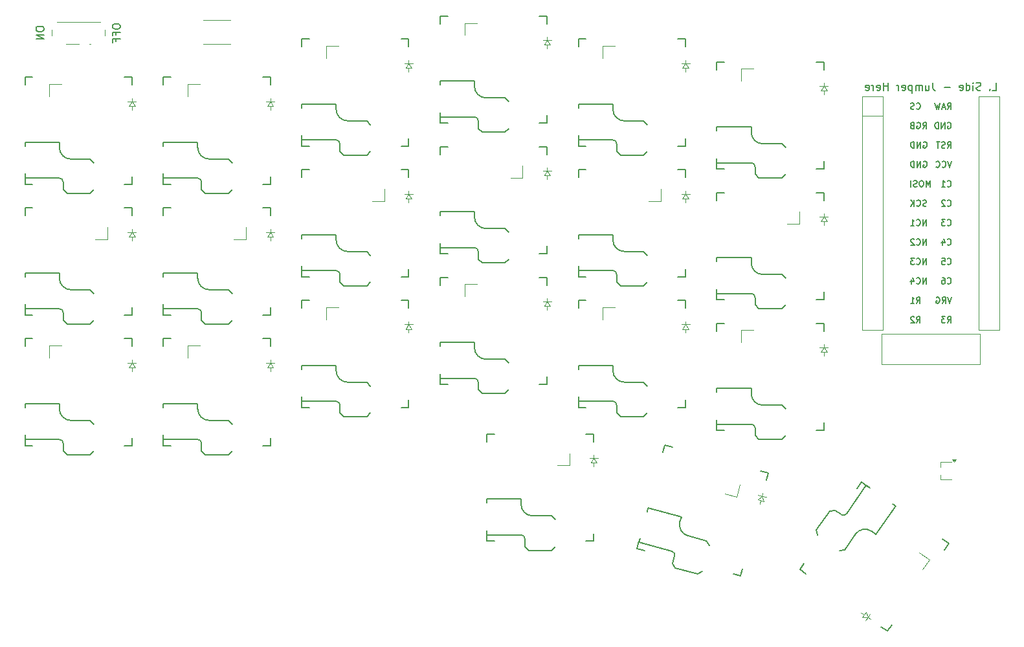
<source format=gbr>
%TF.GenerationSoftware,KiCad,Pcbnew,8.0.5*%
%TF.CreationDate,2024-11-11T15:34:28+00:00*%
%TF.ProjectId,kybd,6b796264-2e6b-4696-9361-645f70636258,v1.0.0*%
%TF.SameCoordinates,Original*%
%TF.FileFunction,Legend,Bot*%
%TF.FilePolarity,Positive*%
%FSLAX46Y46*%
G04 Gerber Fmt 4.6, Leading zero omitted, Abs format (unit mm)*
G04 Created by KiCad (PCBNEW 8.0.5) date 2024-11-11 15:34:28*
%MOMM*%
%LPD*%
G01*
G04 APERTURE LIST*
%ADD10C,0.150000*%
%ADD11C,0.100000*%
%ADD12C,0.120000*%
G04 APERTURE END LIST*
D10*
X188653696Y-58206104D02*
X188691792Y-58244200D01*
X188691792Y-58244200D02*
X188806077Y-58282295D01*
X188806077Y-58282295D02*
X188882268Y-58282295D01*
X188882268Y-58282295D02*
X188996554Y-58244200D01*
X188996554Y-58244200D02*
X189072744Y-58168009D01*
X189072744Y-58168009D02*
X189110839Y-58091819D01*
X189110839Y-58091819D02*
X189148935Y-57939438D01*
X189148935Y-57939438D02*
X189148935Y-57825152D01*
X189148935Y-57825152D02*
X189110839Y-57672771D01*
X189110839Y-57672771D02*
X189072744Y-57596580D01*
X189072744Y-57596580D02*
X188996554Y-57520390D01*
X188996554Y-57520390D02*
X188882268Y-57482295D01*
X188882268Y-57482295D02*
X188806077Y-57482295D01*
X188806077Y-57482295D02*
X188691792Y-57520390D01*
X188691792Y-57520390D02*
X188653696Y-57558485D01*
X187929887Y-57482295D02*
X188310839Y-57482295D01*
X188310839Y-57482295D02*
X188348935Y-57863247D01*
X188348935Y-57863247D02*
X188310839Y-57825152D01*
X188310839Y-57825152D02*
X188234649Y-57787057D01*
X188234649Y-57787057D02*
X188044173Y-57787057D01*
X188044173Y-57787057D02*
X187967982Y-57825152D01*
X187967982Y-57825152D02*
X187929887Y-57863247D01*
X187929887Y-57863247D02*
X187891792Y-57939438D01*
X187891792Y-57939438D02*
X187891792Y-58129914D01*
X187891792Y-58129914D02*
X187929887Y-58206104D01*
X187929887Y-58206104D02*
X187967982Y-58244200D01*
X187967982Y-58244200D02*
X188044173Y-58282295D01*
X188044173Y-58282295D02*
X188234649Y-58282295D01*
X188234649Y-58282295D02*
X188310839Y-58244200D01*
X188310839Y-58244200D02*
X188348935Y-58206104D01*
X184612969Y-37886104D02*
X184651065Y-37924200D01*
X184651065Y-37924200D02*
X184765350Y-37962295D01*
X184765350Y-37962295D02*
X184841541Y-37962295D01*
X184841541Y-37962295D02*
X184955827Y-37924200D01*
X184955827Y-37924200D02*
X185032017Y-37848009D01*
X185032017Y-37848009D02*
X185070112Y-37771819D01*
X185070112Y-37771819D02*
X185108208Y-37619438D01*
X185108208Y-37619438D02*
X185108208Y-37505152D01*
X185108208Y-37505152D02*
X185070112Y-37352771D01*
X185070112Y-37352771D02*
X185032017Y-37276580D01*
X185032017Y-37276580D02*
X184955827Y-37200390D01*
X184955827Y-37200390D02*
X184841541Y-37162295D01*
X184841541Y-37162295D02*
X184765350Y-37162295D01*
X184765350Y-37162295D02*
X184651065Y-37200390D01*
X184651065Y-37200390D02*
X184612969Y-37238485D01*
X184308208Y-37924200D02*
X184193922Y-37962295D01*
X184193922Y-37962295D02*
X184003446Y-37962295D01*
X184003446Y-37962295D02*
X183927255Y-37924200D01*
X183927255Y-37924200D02*
X183889160Y-37886104D01*
X183889160Y-37886104D02*
X183851065Y-37809914D01*
X183851065Y-37809914D02*
X183851065Y-37733723D01*
X183851065Y-37733723D02*
X183889160Y-37657533D01*
X183889160Y-37657533D02*
X183927255Y-37619438D01*
X183927255Y-37619438D02*
X184003446Y-37581342D01*
X184003446Y-37581342D02*
X184155827Y-37543247D01*
X184155827Y-37543247D02*
X184232017Y-37505152D01*
X184232017Y-37505152D02*
X184270112Y-37467057D01*
X184270112Y-37467057D02*
X184308208Y-37390866D01*
X184308208Y-37390866D02*
X184308208Y-37314676D01*
X184308208Y-37314676D02*
X184270112Y-37238485D01*
X184270112Y-37238485D02*
X184232017Y-37200390D01*
X184232017Y-37200390D02*
X184155827Y-37162295D01*
X184155827Y-37162295D02*
X183965350Y-37162295D01*
X183965350Y-37162295D02*
X183851065Y-37200390D01*
X188653696Y-65902295D02*
X188920363Y-65521342D01*
X189110839Y-65902295D02*
X189110839Y-65102295D01*
X189110839Y-65102295D02*
X188806077Y-65102295D01*
X188806077Y-65102295D02*
X188729887Y-65140390D01*
X188729887Y-65140390D02*
X188691792Y-65178485D01*
X188691792Y-65178485D02*
X188653696Y-65254676D01*
X188653696Y-65254676D02*
X188653696Y-65368961D01*
X188653696Y-65368961D02*
X188691792Y-65445152D01*
X188691792Y-65445152D02*
X188729887Y-65483247D01*
X188729887Y-65483247D02*
X188806077Y-65521342D01*
X188806077Y-65521342D02*
X189110839Y-65521342D01*
X188387030Y-65102295D02*
X187891792Y-65102295D01*
X187891792Y-65102295D02*
X188158458Y-65407057D01*
X188158458Y-65407057D02*
X188044173Y-65407057D01*
X188044173Y-65407057D02*
X187967982Y-65445152D01*
X187967982Y-65445152D02*
X187929887Y-65483247D01*
X187929887Y-65483247D02*
X187891792Y-65559438D01*
X187891792Y-65559438D02*
X187891792Y-65749914D01*
X187891792Y-65749914D02*
X187929887Y-65826104D01*
X187929887Y-65826104D02*
X187967982Y-65864200D01*
X187967982Y-65864200D02*
X188044173Y-65902295D01*
X188044173Y-65902295D02*
X188272744Y-65902295D01*
X188272744Y-65902295D02*
X188348935Y-65864200D01*
X188348935Y-65864200D02*
X188387030Y-65826104D01*
X188653696Y-55666104D02*
X188691792Y-55704200D01*
X188691792Y-55704200D02*
X188806077Y-55742295D01*
X188806077Y-55742295D02*
X188882268Y-55742295D01*
X188882268Y-55742295D02*
X188996554Y-55704200D01*
X188996554Y-55704200D02*
X189072744Y-55628009D01*
X189072744Y-55628009D02*
X189110839Y-55551819D01*
X189110839Y-55551819D02*
X189148935Y-55399438D01*
X189148935Y-55399438D02*
X189148935Y-55285152D01*
X189148935Y-55285152D02*
X189110839Y-55132771D01*
X189110839Y-55132771D02*
X189072744Y-55056580D01*
X189072744Y-55056580D02*
X188996554Y-54980390D01*
X188996554Y-54980390D02*
X188882268Y-54942295D01*
X188882268Y-54942295D02*
X188806077Y-54942295D01*
X188806077Y-54942295D02*
X188691792Y-54980390D01*
X188691792Y-54980390D02*
X188653696Y-55018485D01*
X187967982Y-55208961D02*
X187967982Y-55742295D01*
X188158458Y-54904200D02*
X188348935Y-55475628D01*
X188348935Y-55475628D02*
X187853696Y-55475628D01*
X185908207Y-58282295D02*
X185908207Y-57482295D01*
X185908207Y-57482295D02*
X185451064Y-58282295D01*
X185451064Y-58282295D02*
X185451064Y-57482295D01*
X184612969Y-58206104D02*
X184651065Y-58244200D01*
X184651065Y-58244200D02*
X184765350Y-58282295D01*
X184765350Y-58282295D02*
X184841541Y-58282295D01*
X184841541Y-58282295D02*
X184955827Y-58244200D01*
X184955827Y-58244200D02*
X185032017Y-58168009D01*
X185032017Y-58168009D02*
X185070112Y-58091819D01*
X185070112Y-58091819D02*
X185108208Y-57939438D01*
X185108208Y-57939438D02*
X185108208Y-57825152D01*
X185108208Y-57825152D02*
X185070112Y-57672771D01*
X185070112Y-57672771D02*
X185032017Y-57596580D01*
X185032017Y-57596580D02*
X184955827Y-57520390D01*
X184955827Y-57520390D02*
X184841541Y-57482295D01*
X184841541Y-57482295D02*
X184765350Y-57482295D01*
X184765350Y-57482295D02*
X184651065Y-57520390D01*
X184651065Y-57520390D02*
X184612969Y-57558485D01*
X184346303Y-57482295D02*
X183851065Y-57482295D01*
X183851065Y-57482295D02*
X184117731Y-57787057D01*
X184117731Y-57787057D02*
X184003446Y-57787057D01*
X184003446Y-57787057D02*
X183927255Y-57825152D01*
X183927255Y-57825152D02*
X183889160Y-57863247D01*
X183889160Y-57863247D02*
X183851065Y-57939438D01*
X183851065Y-57939438D02*
X183851065Y-58129914D01*
X183851065Y-58129914D02*
X183889160Y-58206104D01*
X183889160Y-58206104D02*
X183927255Y-58244200D01*
X183927255Y-58244200D02*
X184003446Y-58282295D01*
X184003446Y-58282295D02*
X184232017Y-58282295D01*
X184232017Y-58282295D02*
X184308208Y-58244200D01*
X184308208Y-58244200D02*
X184346303Y-58206104D01*
X184612969Y-65902295D02*
X184879636Y-65521342D01*
X185070112Y-65902295D02*
X185070112Y-65102295D01*
X185070112Y-65102295D02*
X184765350Y-65102295D01*
X184765350Y-65102295D02*
X184689160Y-65140390D01*
X184689160Y-65140390D02*
X184651065Y-65178485D01*
X184651065Y-65178485D02*
X184612969Y-65254676D01*
X184612969Y-65254676D02*
X184612969Y-65368961D01*
X184612969Y-65368961D02*
X184651065Y-65445152D01*
X184651065Y-65445152D02*
X184689160Y-65483247D01*
X184689160Y-65483247D02*
X184765350Y-65521342D01*
X184765350Y-65521342D02*
X185070112Y-65521342D01*
X184308208Y-65178485D02*
X184270112Y-65140390D01*
X184270112Y-65140390D02*
X184193922Y-65102295D01*
X184193922Y-65102295D02*
X184003446Y-65102295D01*
X184003446Y-65102295D02*
X183927255Y-65140390D01*
X183927255Y-65140390D02*
X183889160Y-65178485D01*
X183889160Y-65178485D02*
X183851065Y-65254676D01*
X183851065Y-65254676D02*
X183851065Y-65330866D01*
X183851065Y-65330866D02*
X183889160Y-65445152D01*
X183889160Y-65445152D02*
X184346303Y-65902295D01*
X184346303Y-65902295D02*
X183851065Y-65902295D01*
X194547619Y-35509819D02*
X195023809Y-35509819D01*
X195023809Y-35509819D02*
X195023809Y-34509819D01*
X194214285Y-35414580D02*
X194166666Y-35462200D01*
X194166666Y-35462200D02*
X194214285Y-35509819D01*
X194214285Y-35509819D02*
X194261904Y-35462200D01*
X194261904Y-35462200D02*
X194214285Y-35414580D01*
X194214285Y-35414580D02*
X194214285Y-35509819D01*
X193023809Y-35462200D02*
X192880952Y-35509819D01*
X192880952Y-35509819D02*
X192642857Y-35509819D01*
X192642857Y-35509819D02*
X192547619Y-35462200D01*
X192547619Y-35462200D02*
X192500000Y-35414580D01*
X192500000Y-35414580D02*
X192452381Y-35319342D01*
X192452381Y-35319342D02*
X192452381Y-35224104D01*
X192452381Y-35224104D02*
X192500000Y-35128866D01*
X192500000Y-35128866D02*
X192547619Y-35081247D01*
X192547619Y-35081247D02*
X192642857Y-35033628D01*
X192642857Y-35033628D02*
X192833333Y-34986009D01*
X192833333Y-34986009D02*
X192928571Y-34938390D01*
X192928571Y-34938390D02*
X192976190Y-34890771D01*
X192976190Y-34890771D02*
X193023809Y-34795533D01*
X193023809Y-34795533D02*
X193023809Y-34700295D01*
X193023809Y-34700295D02*
X192976190Y-34605057D01*
X192976190Y-34605057D02*
X192928571Y-34557438D01*
X192928571Y-34557438D02*
X192833333Y-34509819D01*
X192833333Y-34509819D02*
X192595238Y-34509819D01*
X192595238Y-34509819D02*
X192452381Y-34557438D01*
X192023809Y-35509819D02*
X192023809Y-34843152D01*
X192023809Y-34509819D02*
X192071428Y-34557438D01*
X192071428Y-34557438D02*
X192023809Y-34605057D01*
X192023809Y-34605057D02*
X191976190Y-34557438D01*
X191976190Y-34557438D02*
X192023809Y-34509819D01*
X192023809Y-34509819D02*
X192023809Y-34605057D01*
X191119048Y-35509819D02*
X191119048Y-34509819D01*
X191119048Y-35462200D02*
X191214286Y-35509819D01*
X191214286Y-35509819D02*
X191404762Y-35509819D01*
X191404762Y-35509819D02*
X191500000Y-35462200D01*
X191500000Y-35462200D02*
X191547619Y-35414580D01*
X191547619Y-35414580D02*
X191595238Y-35319342D01*
X191595238Y-35319342D02*
X191595238Y-35033628D01*
X191595238Y-35033628D02*
X191547619Y-34938390D01*
X191547619Y-34938390D02*
X191500000Y-34890771D01*
X191500000Y-34890771D02*
X191404762Y-34843152D01*
X191404762Y-34843152D02*
X191214286Y-34843152D01*
X191214286Y-34843152D02*
X191119048Y-34890771D01*
X190261905Y-35462200D02*
X190357143Y-35509819D01*
X190357143Y-35509819D02*
X190547619Y-35509819D01*
X190547619Y-35509819D02*
X190642857Y-35462200D01*
X190642857Y-35462200D02*
X190690476Y-35366961D01*
X190690476Y-35366961D02*
X190690476Y-34986009D01*
X190690476Y-34986009D02*
X190642857Y-34890771D01*
X190642857Y-34890771D02*
X190547619Y-34843152D01*
X190547619Y-34843152D02*
X190357143Y-34843152D01*
X190357143Y-34843152D02*
X190261905Y-34890771D01*
X190261905Y-34890771D02*
X190214286Y-34986009D01*
X190214286Y-34986009D02*
X190214286Y-35081247D01*
X190214286Y-35081247D02*
X190690476Y-35176485D01*
X189023809Y-35128866D02*
X188261905Y-35128866D01*
X186738095Y-34509819D02*
X186738095Y-35224104D01*
X186738095Y-35224104D02*
X186785714Y-35366961D01*
X186785714Y-35366961D02*
X186880952Y-35462200D01*
X186880952Y-35462200D02*
X187023809Y-35509819D01*
X187023809Y-35509819D02*
X187119047Y-35509819D01*
X185833333Y-34843152D02*
X185833333Y-35509819D01*
X186261904Y-34843152D02*
X186261904Y-35366961D01*
X186261904Y-35366961D02*
X186214285Y-35462200D01*
X186214285Y-35462200D02*
X186119047Y-35509819D01*
X186119047Y-35509819D02*
X185976190Y-35509819D01*
X185976190Y-35509819D02*
X185880952Y-35462200D01*
X185880952Y-35462200D02*
X185833333Y-35414580D01*
X185357142Y-35509819D02*
X185357142Y-34843152D01*
X185357142Y-34938390D02*
X185309523Y-34890771D01*
X185309523Y-34890771D02*
X185214285Y-34843152D01*
X185214285Y-34843152D02*
X185071428Y-34843152D01*
X185071428Y-34843152D02*
X184976190Y-34890771D01*
X184976190Y-34890771D02*
X184928571Y-34986009D01*
X184928571Y-34986009D02*
X184928571Y-35509819D01*
X184928571Y-34986009D02*
X184880952Y-34890771D01*
X184880952Y-34890771D02*
X184785714Y-34843152D01*
X184785714Y-34843152D02*
X184642857Y-34843152D01*
X184642857Y-34843152D02*
X184547618Y-34890771D01*
X184547618Y-34890771D02*
X184499999Y-34986009D01*
X184499999Y-34986009D02*
X184499999Y-35509819D01*
X184023809Y-34843152D02*
X184023809Y-35843152D01*
X184023809Y-34890771D02*
X183928571Y-34843152D01*
X183928571Y-34843152D02*
X183738095Y-34843152D01*
X183738095Y-34843152D02*
X183642857Y-34890771D01*
X183642857Y-34890771D02*
X183595238Y-34938390D01*
X183595238Y-34938390D02*
X183547619Y-35033628D01*
X183547619Y-35033628D02*
X183547619Y-35319342D01*
X183547619Y-35319342D02*
X183595238Y-35414580D01*
X183595238Y-35414580D02*
X183642857Y-35462200D01*
X183642857Y-35462200D02*
X183738095Y-35509819D01*
X183738095Y-35509819D02*
X183928571Y-35509819D01*
X183928571Y-35509819D02*
X184023809Y-35462200D01*
X182738095Y-35462200D02*
X182833333Y-35509819D01*
X182833333Y-35509819D02*
X183023809Y-35509819D01*
X183023809Y-35509819D02*
X183119047Y-35462200D01*
X183119047Y-35462200D02*
X183166666Y-35366961D01*
X183166666Y-35366961D02*
X183166666Y-34986009D01*
X183166666Y-34986009D02*
X183119047Y-34890771D01*
X183119047Y-34890771D02*
X183023809Y-34843152D01*
X183023809Y-34843152D02*
X182833333Y-34843152D01*
X182833333Y-34843152D02*
X182738095Y-34890771D01*
X182738095Y-34890771D02*
X182690476Y-34986009D01*
X182690476Y-34986009D02*
X182690476Y-35081247D01*
X182690476Y-35081247D02*
X183166666Y-35176485D01*
X182261904Y-35509819D02*
X182261904Y-34843152D01*
X182261904Y-35033628D02*
X182214285Y-34938390D01*
X182214285Y-34938390D02*
X182166666Y-34890771D01*
X182166666Y-34890771D02*
X182071428Y-34843152D01*
X182071428Y-34843152D02*
X181976190Y-34843152D01*
X180880951Y-35509819D02*
X180880951Y-34509819D01*
X180880951Y-34986009D02*
X180309523Y-34986009D01*
X180309523Y-35509819D02*
X180309523Y-34509819D01*
X179452380Y-35462200D02*
X179547618Y-35509819D01*
X179547618Y-35509819D02*
X179738094Y-35509819D01*
X179738094Y-35509819D02*
X179833332Y-35462200D01*
X179833332Y-35462200D02*
X179880951Y-35366961D01*
X179880951Y-35366961D02*
X179880951Y-34986009D01*
X179880951Y-34986009D02*
X179833332Y-34890771D01*
X179833332Y-34890771D02*
X179738094Y-34843152D01*
X179738094Y-34843152D02*
X179547618Y-34843152D01*
X179547618Y-34843152D02*
X179452380Y-34890771D01*
X179452380Y-34890771D02*
X179404761Y-34986009D01*
X179404761Y-34986009D02*
X179404761Y-35081247D01*
X179404761Y-35081247D02*
X179880951Y-35176485D01*
X178976189Y-35509819D02*
X178976189Y-34843152D01*
X178976189Y-35033628D02*
X178928570Y-34938390D01*
X178928570Y-34938390D02*
X178880951Y-34890771D01*
X178880951Y-34890771D02*
X178785713Y-34843152D01*
X178785713Y-34843152D02*
X178690475Y-34843152D01*
X177976189Y-35462200D02*
X178071427Y-35509819D01*
X178071427Y-35509819D02*
X178261903Y-35509819D01*
X178261903Y-35509819D02*
X178357141Y-35462200D01*
X178357141Y-35462200D02*
X178404760Y-35366961D01*
X178404760Y-35366961D02*
X178404760Y-34986009D01*
X178404760Y-34986009D02*
X178357141Y-34890771D01*
X178357141Y-34890771D02*
X178261903Y-34843152D01*
X178261903Y-34843152D02*
X178071427Y-34843152D01*
X178071427Y-34843152D02*
X177976189Y-34890771D01*
X177976189Y-34890771D02*
X177928570Y-34986009D01*
X177928570Y-34986009D02*
X177928570Y-35081247D01*
X177928570Y-35081247D02*
X178404760Y-35176485D01*
X188653696Y-53126104D02*
X188691792Y-53164200D01*
X188691792Y-53164200D02*
X188806077Y-53202295D01*
X188806077Y-53202295D02*
X188882268Y-53202295D01*
X188882268Y-53202295D02*
X188996554Y-53164200D01*
X188996554Y-53164200D02*
X189072744Y-53088009D01*
X189072744Y-53088009D02*
X189110839Y-53011819D01*
X189110839Y-53011819D02*
X189148935Y-52859438D01*
X189148935Y-52859438D02*
X189148935Y-52745152D01*
X189148935Y-52745152D02*
X189110839Y-52592771D01*
X189110839Y-52592771D02*
X189072744Y-52516580D01*
X189072744Y-52516580D02*
X188996554Y-52440390D01*
X188996554Y-52440390D02*
X188882268Y-52402295D01*
X188882268Y-52402295D02*
X188806077Y-52402295D01*
X188806077Y-52402295D02*
X188691792Y-52440390D01*
X188691792Y-52440390D02*
X188653696Y-52478485D01*
X188387030Y-52402295D02*
X187891792Y-52402295D01*
X187891792Y-52402295D02*
X188158458Y-52707057D01*
X188158458Y-52707057D02*
X188044173Y-52707057D01*
X188044173Y-52707057D02*
X187967982Y-52745152D01*
X187967982Y-52745152D02*
X187929887Y-52783247D01*
X187929887Y-52783247D02*
X187891792Y-52859438D01*
X187891792Y-52859438D02*
X187891792Y-53049914D01*
X187891792Y-53049914D02*
X187929887Y-53126104D01*
X187929887Y-53126104D02*
X187967982Y-53164200D01*
X187967982Y-53164200D02*
X188044173Y-53202295D01*
X188044173Y-53202295D02*
X188272744Y-53202295D01*
X188272744Y-53202295D02*
X188348935Y-53164200D01*
X188348935Y-53164200D02*
X188387030Y-53126104D01*
X185908207Y-53202295D02*
X185908207Y-52402295D01*
X185908207Y-52402295D02*
X185451064Y-53202295D01*
X185451064Y-53202295D02*
X185451064Y-52402295D01*
X184612969Y-53126104D02*
X184651065Y-53164200D01*
X184651065Y-53164200D02*
X184765350Y-53202295D01*
X184765350Y-53202295D02*
X184841541Y-53202295D01*
X184841541Y-53202295D02*
X184955827Y-53164200D01*
X184955827Y-53164200D02*
X185032017Y-53088009D01*
X185032017Y-53088009D02*
X185070112Y-53011819D01*
X185070112Y-53011819D02*
X185108208Y-52859438D01*
X185108208Y-52859438D02*
X185108208Y-52745152D01*
X185108208Y-52745152D02*
X185070112Y-52592771D01*
X185070112Y-52592771D02*
X185032017Y-52516580D01*
X185032017Y-52516580D02*
X184955827Y-52440390D01*
X184955827Y-52440390D02*
X184841541Y-52402295D01*
X184841541Y-52402295D02*
X184765350Y-52402295D01*
X184765350Y-52402295D02*
X184651065Y-52440390D01*
X184651065Y-52440390D02*
X184612969Y-52478485D01*
X183851065Y-53202295D02*
X184308208Y-53202295D01*
X184079636Y-53202295D02*
X184079636Y-52402295D01*
X184079636Y-52402295D02*
X184155827Y-52516580D01*
X184155827Y-52516580D02*
X184232017Y-52592771D01*
X184232017Y-52592771D02*
X184308208Y-52630866D01*
X188653696Y-60746104D02*
X188691792Y-60784200D01*
X188691792Y-60784200D02*
X188806077Y-60822295D01*
X188806077Y-60822295D02*
X188882268Y-60822295D01*
X188882268Y-60822295D02*
X188996554Y-60784200D01*
X188996554Y-60784200D02*
X189072744Y-60708009D01*
X189072744Y-60708009D02*
X189110839Y-60631819D01*
X189110839Y-60631819D02*
X189148935Y-60479438D01*
X189148935Y-60479438D02*
X189148935Y-60365152D01*
X189148935Y-60365152D02*
X189110839Y-60212771D01*
X189110839Y-60212771D02*
X189072744Y-60136580D01*
X189072744Y-60136580D02*
X188996554Y-60060390D01*
X188996554Y-60060390D02*
X188882268Y-60022295D01*
X188882268Y-60022295D02*
X188806077Y-60022295D01*
X188806077Y-60022295D02*
X188691792Y-60060390D01*
X188691792Y-60060390D02*
X188653696Y-60098485D01*
X187967982Y-60022295D02*
X188120363Y-60022295D01*
X188120363Y-60022295D02*
X188196554Y-60060390D01*
X188196554Y-60060390D02*
X188234649Y-60098485D01*
X188234649Y-60098485D02*
X188310839Y-60212771D01*
X188310839Y-60212771D02*
X188348935Y-60365152D01*
X188348935Y-60365152D02*
X188348935Y-60669914D01*
X188348935Y-60669914D02*
X188310839Y-60746104D01*
X188310839Y-60746104D02*
X188272744Y-60784200D01*
X188272744Y-60784200D02*
X188196554Y-60822295D01*
X188196554Y-60822295D02*
X188044173Y-60822295D01*
X188044173Y-60822295D02*
X187967982Y-60784200D01*
X187967982Y-60784200D02*
X187929887Y-60746104D01*
X187929887Y-60746104D02*
X187891792Y-60669914D01*
X187891792Y-60669914D02*
X187891792Y-60479438D01*
X187891792Y-60479438D02*
X187929887Y-60403247D01*
X187929887Y-60403247D02*
X187967982Y-60365152D01*
X187967982Y-60365152D02*
X188044173Y-60327057D01*
X188044173Y-60327057D02*
X188196554Y-60327057D01*
X188196554Y-60327057D02*
X188272744Y-60365152D01*
X188272744Y-60365152D02*
X188310839Y-60403247D01*
X188310839Y-60403247D02*
X188348935Y-60479438D01*
X188691792Y-39740390D02*
X188767982Y-39702295D01*
X188767982Y-39702295D02*
X188882268Y-39702295D01*
X188882268Y-39702295D02*
X188996554Y-39740390D01*
X188996554Y-39740390D02*
X189072744Y-39816580D01*
X189072744Y-39816580D02*
X189110839Y-39892771D01*
X189110839Y-39892771D02*
X189148935Y-40045152D01*
X189148935Y-40045152D02*
X189148935Y-40159438D01*
X189148935Y-40159438D02*
X189110839Y-40311819D01*
X189110839Y-40311819D02*
X189072744Y-40388009D01*
X189072744Y-40388009D02*
X188996554Y-40464200D01*
X188996554Y-40464200D02*
X188882268Y-40502295D01*
X188882268Y-40502295D02*
X188806077Y-40502295D01*
X188806077Y-40502295D02*
X188691792Y-40464200D01*
X188691792Y-40464200D02*
X188653696Y-40426104D01*
X188653696Y-40426104D02*
X188653696Y-40159438D01*
X188653696Y-40159438D02*
X188806077Y-40159438D01*
X188310839Y-40502295D02*
X188310839Y-39702295D01*
X188310839Y-39702295D02*
X187853696Y-40502295D01*
X187853696Y-40502295D02*
X187853696Y-39702295D01*
X187472744Y-40502295D02*
X187472744Y-39702295D01*
X187472744Y-39702295D02*
X187282268Y-39702295D01*
X187282268Y-39702295D02*
X187167982Y-39740390D01*
X187167982Y-39740390D02*
X187091792Y-39816580D01*
X187091792Y-39816580D02*
X187053697Y-39892771D01*
X187053697Y-39892771D02*
X187015601Y-40045152D01*
X187015601Y-40045152D02*
X187015601Y-40159438D01*
X187015601Y-40159438D02*
X187053697Y-40311819D01*
X187053697Y-40311819D02*
X187091792Y-40388009D01*
X187091792Y-40388009D02*
X187167982Y-40464200D01*
X187167982Y-40464200D02*
X187282268Y-40502295D01*
X187282268Y-40502295D02*
X187472744Y-40502295D01*
X185908208Y-50624200D02*
X185793922Y-50662295D01*
X185793922Y-50662295D02*
X185603446Y-50662295D01*
X185603446Y-50662295D02*
X185527255Y-50624200D01*
X185527255Y-50624200D02*
X185489160Y-50586104D01*
X185489160Y-50586104D02*
X185451065Y-50509914D01*
X185451065Y-50509914D02*
X185451065Y-50433723D01*
X185451065Y-50433723D02*
X185489160Y-50357533D01*
X185489160Y-50357533D02*
X185527255Y-50319438D01*
X185527255Y-50319438D02*
X185603446Y-50281342D01*
X185603446Y-50281342D02*
X185755827Y-50243247D01*
X185755827Y-50243247D02*
X185832017Y-50205152D01*
X185832017Y-50205152D02*
X185870112Y-50167057D01*
X185870112Y-50167057D02*
X185908208Y-50090866D01*
X185908208Y-50090866D02*
X185908208Y-50014676D01*
X185908208Y-50014676D02*
X185870112Y-49938485D01*
X185870112Y-49938485D02*
X185832017Y-49900390D01*
X185832017Y-49900390D02*
X185755827Y-49862295D01*
X185755827Y-49862295D02*
X185565350Y-49862295D01*
X185565350Y-49862295D02*
X185451065Y-49900390D01*
X184651064Y-50586104D02*
X184689160Y-50624200D01*
X184689160Y-50624200D02*
X184803445Y-50662295D01*
X184803445Y-50662295D02*
X184879636Y-50662295D01*
X184879636Y-50662295D02*
X184993922Y-50624200D01*
X184993922Y-50624200D02*
X185070112Y-50548009D01*
X185070112Y-50548009D02*
X185108207Y-50471819D01*
X185108207Y-50471819D02*
X185146303Y-50319438D01*
X185146303Y-50319438D02*
X185146303Y-50205152D01*
X185146303Y-50205152D02*
X185108207Y-50052771D01*
X185108207Y-50052771D02*
X185070112Y-49976580D01*
X185070112Y-49976580D02*
X184993922Y-49900390D01*
X184993922Y-49900390D02*
X184879636Y-49862295D01*
X184879636Y-49862295D02*
X184803445Y-49862295D01*
X184803445Y-49862295D02*
X184689160Y-49900390D01*
X184689160Y-49900390D02*
X184651064Y-49938485D01*
X184308207Y-50662295D02*
X184308207Y-49862295D01*
X183851064Y-50662295D02*
X184193922Y-50205152D01*
X183851064Y-49862295D02*
X184308207Y-50319438D01*
X188653696Y-50586104D02*
X188691792Y-50624200D01*
X188691792Y-50624200D02*
X188806077Y-50662295D01*
X188806077Y-50662295D02*
X188882268Y-50662295D01*
X188882268Y-50662295D02*
X188996554Y-50624200D01*
X188996554Y-50624200D02*
X189072744Y-50548009D01*
X189072744Y-50548009D02*
X189110839Y-50471819D01*
X189110839Y-50471819D02*
X189148935Y-50319438D01*
X189148935Y-50319438D02*
X189148935Y-50205152D01*
X189148935Y-50205152D02*
X189110839Y-50052771D01*
X189110839Y-50052771D02*
X189072744Y-49976580D01*
X189072744Y-49976580D02*
X188996554Y-49900390D01*
X188996554Y-49900390D02*
X188882268Y-49862295D01*
X188882268Y-49862295D02*
X188806077Y-49862295D01*
X188806077Y-49862295D02*
X188691792Y-49900390D01*
X188691792Y-49900390D02*
X188653696Y-49938485D01*
X188348935Y-49938485D02*
X188310839Y-49900390D01*
X188310839Y-49900390D02*
X188234649Y-49862295D01*
X188234649Y-49862295D02*
X188044173Y-49862295D01*
X188044173Y-49862295D02*
X187967982Y-49900390D01*
X187967982Y-49900390D02*
X187929887Y-49938485D01*
X187929887Y-49938485D02*
X187891792Y-50014676D01*
X187891792Y-50014676D02*
X187891792Y-50090866D01*
X187891792Y-50090866D02*
X187929887Y-50205152D01*
X187929887Y-50205152D02*
X188387030Y-50662295D01*
X188387030Y-50662295D02*
X187891792Y-50662295D01*
X188653696Y-43042295D02*
X188920363Y-42661342D01*
X189110839Y-43042295D02*
X189110839Y-42242295D01*
X189110839Y-42242295D02*
X188806077Y-42242295D01*
X188806077Y-42242295D02*
X188729887Y-42280390D01*
X188729887Y-42280390D02*
X188691792Y-42318485D01*
X188691792Y-42318485D02*
X188653696Y-42394676D01*
X188653696Y-42394676D02*
X188653696Y-42508961D01*
X188653696Y-42508961D02*
X188691792Y-42585152D01*
X188691792Y-42585152D02*
X188729887Y-42623247D01*
X188729887Y-42623247D02*
X188806077Y-42661342D01*
X188806077Y-42661342D02*
X189110839Y-42661342D01*
X188348935Y-43004200D02*
X188234649Y-43042295D01*
X188234649Y-43042295D02*
X188044173Y-43042295D01*
X188044173Y-43042295D02*
X187967982Y-43004200D01*
X187967982Y-43004200D02*
X187929887Y-42966104D01*
X187929887Y-42966104D02*
X187891792Y-42889914D01*
X187891792Y-42889914D02*
X187891792Y-42813723D01*
X187891792Y-42813723D02*
X187929887Y-42737533D01*
X187929887Y-42737533D02*
X187967982Y-42699438D01*
X187967982Y-42699438D02*
X188044173Y-42661342D01*
X188044173Y-42661342D02*
X188196554Y-42623247D01*
X188196554Y-42623247D02*
X188272744Y-42585152D01*
X188272744Y-42585152D02*
X188310839Y-42547057D01*
X188310839Y-42547057D02*
X188348935Y-42470866D01*
X188348935Y-42470866D02*
X188348935Y-42394676D01*
X188348935Y-42394676D02*
X188310839Y-42318485D01*
X188310839Y-42318485D02*
X188272744Y-42280390D01*
X188272744Y-42280390D02*
X188196554Y-42242295D01*
X188196554Y-42242295D02*
X188006077Y-42242295D01*
X188006077Y-42242295D02*
X187891792Y-42280390D01*
X187663220Y-42242295D02*
X187206077Y-42242295D01*
X187434649Y-43042295D02*
X187434649Y-42242295D01*
X185451064Y-40502295D02*
X185717731Y-40121342D01*
X185908207Y-40502295D02*
X185908207Y-39702295D01*
X185908207Y-39702295D02*
X185603445Y-39702295D01*
X185603445Y-39702295D02*
X185527255Y-39740390D01*
X185527255Y-39740390D02*
X185489160Y-39778485D01*
X185489160Y-39778485D02*
X185451064Y-39854676D01*
X185451064Y-39854676D02*
X185451064Y-39968961D01*
X185451064Y-39968961D02*
X185489160Y-40045152D01*
X185489160Y-40045152D02*
X185527255Y-40083247D01*
X185527255Y-40083247D02*
X185603445Y-40121342D01*
X185603445Y-40121342D02*
X185908207Y-40121342D01*
X184689160Y-39740390D02*
X184765350Y-39702295D01*
X184765350Y-39702295D02*
X184879636Y-39702295D01*
X184879636Y-39702295D02*
X184993922Y-39740390D01*
X184993922Y-39740390D02*
X185070112Y-39816580D01*
X185070112Y-39816580D02*
X185108207Y-39892771D01*
X185108207Y-39892771D02*
X185146303Y-40045152D01*
X185146303Y-40045152D02*
X185146303Y-40159438D01*
X185146303Y-40159438D02*
X185108207Y-40311819D01*
X185108207Y-40311819D02*
X185070112Y-40388009D01*
X185070112Y-40388009D02*
X184993922Y-40464200D01*
X184993922Y-40464200D02*
X184879636Y-40502295D01*
X184879636Y-40502295D02*
X184803445Y-40502295D01*
X184803445Y-40502295D02*
X184689160Y-40464200D01*
X184689160Y-40464200D02*
X184651064Y-40426104D01*
X184651064Y-40426104D02*
X184651064Y-40159438D01*
X184651064Y-40159438D02*
X184803445Y-40159438D01*
X184041541Y-40083247D02*
X183927255Y-40121342D01*
X183927255Y-40121342D02*
X183889160Y-40159438D01*
X183889160Y-40159438D02*
X183851064Y-40235628D01*
X183851064Y-40235628D02*
X183851064Y-40349914D01*
X183851064Y-40349914D02*
X183889160Y-40426104D01*
X183889160Y-40426104D02*
X183927255Y-40464200D01*
X183927255Y-40464200D02*
X184003445Y-40502295D01*
X184003445Y-40502295D02*
X184308207Y-40502295D01*
X184308207Y-40502295D02*
X184308207Y-39702295D01*
X184308207Y-39702295D02*
X184041541Y-39702295D01*
X184041541Y-39702295D02*
X183965350Y-39740390D01*
X183965350Y-39740390D02*
X183927255Y-39778485D01*
X183927255Y-39778485D02*
X183889160Y-39854676D01*
X183889160Y-39854676D02*
X183889160Y-39930866D01*
X183889160Y-39930866D02*
X183927255Y-40007057D01*
X183927255Y-40007057D02*
X183965350Y-40045152D01*
X183965350Y-40045152D02*
X184041541Y-40083247D01*
X184041541Y-40083247D02*
X184308207Y-40083247D01*
X185527255Y-42280390D02*
X185603445Y-42242295D01*
X185603445Y-42242295D02*
X185717731Y-42242295D01*
X185717731Y-42242295D02*
X185832017Y-42280390D01*
X185832017Y-42280390D02*
X185908207Y-42356580D01*
X185908207Y-42356580D02*
X185946302Y-42432771D01*
X185946302Y-42432771D02*
X185984398Y-42585152D01*
X185984398Y-42585152D02*
X185984398Y-42699438D01*
X185984398Y-42699438D02*
X185946302Y-42851819D01*
X185946302Y-42851819D02*
X185908207Y-42928009D01*
X185908207Y-42928009D02*
X185832017Y-43004200D01*
X185832017Y-43004200D02*
X185717731Y-43042295D01*
X185717731Y-43042295D02*
X185641540Y-43042295D01*
X185641540Y-43042295D02*
X185527255Y-43004200D01*
X185527255Y-43004200D02*
X185489159Y-42966104D01*
X185489159Y-42966104D02*
X185489159Y-42699438D01*
X185489159Y-42699438D02*
X185641540Y-42699438D01*
X185146302Y-43042295D02*
X185146302Y-42242295D01*
X185146302Y-42242295D02*
X184689159Y-43042295D01*
X184689159Y-43042295D02*
X184689159Y-42242295D01*
X184308207Y-43042295D02*
X184308207Y-42242295D01*
X184308207Y-42242295D02*
X184117731Y-42242295D01*
X184117731Y-42242295D02*
X184003445Y-42280390D01*
X184003445Y-42280390D02*
X183927255Y-42356580D01*
X183927255Y-42356580D02*
X183889160Y-42432771D01*
X183889160Y-42432771D02*
X183851064Y-42585152D01*
X183851064Y-42585152D02*
X183851064Y-42699438D01*
X183851064Y-42699438D02*
X183889160Y-42851819D01*
X183889160Y-42851819D02*
X183927255Y-42928009D01*
X183927255Y-42928009D02*
X184003445Y-43004200D01*
X184003445Y-43004200D02*
X184117731Y-43042295D01*
X184117731Y-43042295D02*
X184308207Y-43042295D01*
X188653696Y-48046104D02*
X188691792Y-48084200D01*
X188691792Y-48084200D02*
X188806077Y-48122295D01*
X188806077Y-48122295D02*
X188882268Y-48122295D01*
X188882268Y-48122295D02*
X188996554Y-48084200D01*
X188996554Y-48084200D02*
X189072744Y-48008009D01*
X189072744Y-48008009D02*
X189110839Y-47931819D01*
X189110839Y-47931819D02*
X189148935Y-47779438D01*
X189148935Y-47779438D02*
X189148935Y-47665152D01*
X189148935Y-47665152D02*
X189110839Y-47512771D01*
X189110839Y-47512771D02*
X189072744Y-47436580D01*
X189072744Y-47436580D02*
X188996554Y-47360390D01*
X188996554Y-47360390D02*
X188882268Y-47322295D01*
X188882268Y-47322295D02*
X188806077Y-47322295D01*
X188806077Y-47322295D02*
X188691792Y-47360390D01*
X188691792Y-47360390D02*
X188653696Y-47398485D01*
X187891792Y-48122295D02*
X188348935Y-48122295D01*
X188120363Y-48122295D02*
X188120363Y-47322295D01*
X188120363Y-47322295D02*
X188196554Y-47436580D01*
X188196554Y-47436580D02*
X188272744Y-47512771D01*
X188272744Y-47512771D02*
X188348935Y-47550866D01*
X185527255Y-44820390D02*
X185603445Y-44782295D01*
X185603445Y-44782295D02*
X185717731Y-44782295D01*
X185717731Y-44782295D02*
X185832017Y-44820390D01*
X185832017Y-44820390D02*
X185908207Y-44896580D01*
X185908207Y-44896580D02*
X185946302Y-44972771D01*
X185946302Y-44972771D02*
X185984398Y-45125152D01*
X185984398Y-45125152D02*
X185984398Y-45239438D01*
X185984398Y-45239438D02*
X185946302Y-45391819D01*
X185946302Y-45391819D02*
X185908207Y-45468009D01*
X185908207Y-45468009D02*
X185832017Y-45544200D01*
X185832017Y-45544200D02*
X185717731Y-45582295D01*
X185717731Y-45582295D02*
X185641540Y-45582295D01*
X185641540Y-45582295D02*
X185527255Y-45544200D01*
X185527255Y-45544200D02*
X185489159Y-45506104D01*
X185489159Y-45506104D02*
X185489159Y-45239438D01*
X185489159Y-45239438D02*
X185641540Y-45239438D01*
X185146302Y-45582295D02*
X185146302Y-44782295D01*
X185146302Y-44782295D02*
X184689159Y-45582295D01*
X184689159Y-45582295D02*
X184689159Y-44782295D01*
X184308207Y-45582295D02*
X184308207Y-44782295D01*
X184308207Y-44782295D02*
X184117731Y-44782295D01*
X184117731Y-44782295D02*
X184003445Y-44820390D01*
X184003445Y-44820390D02*
X183927255Y-44896580D01*
X183927255Y-44896580D02*
X183889160Y-44972771D01*
X183889160Y-44972771D02*
X183851064Y-45125152D01*
X183851064Y-45125152D02*
X183851064Y-45239438D01*
X183851064Y-45239438D02*
X183889160Y-45391819D01*
X183889160Y-45391819D02*
X183927255Y-45468009D01*
X183927255Y-45468009D02*
X184003445Y-45544200D01*
X184003445Y-45544200D02*
X184117731Y-45582295D01*
X184117731Y-45582295D02*
X184308207Y-45582295D01*
X188653696Y-37962295D02*
X188920363Y-37581342D01*
X189110839Y-37962295D02*
X189110839Y-37162295D01*
X189110839Y-37162295D02*
X188806077Y-37162295D01*
X188806077Y-37162295D02*
X188729887Y-37200390D01*
X188729887Y-37200390D02*
X188691792Y-37238485D01*
X188691792Y-37238485D02*
X188653696Y-37314676D01*
X188653696Y-37314676D02*
X188653696Y-37428961D01*
X188653696Y-37428961D02*
X188691792Y-37505152D01*
X188691792Y-37505152D02*
X188729887Y-37543247D01*
X188729887Y-37543247D02*
X188806077Y-37581342D01*
X188806077Y-37581342D02*
X189110839Y-37581342D01*
X188348935Y-37733723D02*
X187967982Y-37733723D01*
X188425125Y-37962295D02*
X188158458Y-37162295D01*
X188158458Y-37162295D02*
X187891792Y-37962295D01*
X187701316Y-37162295D02*
X187510840Y-37962295D01*
X187510840Y-37962295D02*
X187358459Y-37390866D01*
X187358459Y-37390866D02*
X187206078Y-37962295D01*
X187206078Y-37962295D02*
X187015602Y-37162295D01*
X189225125Y-62562295D02*
X188958458Y-63362295D01*
X188958458Y-63362295D02*
X188691792Y-62562295D01*
X187967982Y-63362295D02*
X188234649Y-62981342D01*
X188425125Y-63362295D02*
X188425125Y-62562295D01*
X188425125Y-62562295D02*
X188120363Y-62562295D01*
X188120363Y-62562295D02*
X188044173Y-62600390D01*
X188044173Y-62600390D02*
X188006078Y-62638485D01*
X188006078Y-62638485D02*
X187967982Y-62714676D01*
X187967982Y-62714676D02*
X187967982Y-62828961D01*
X187967982Y-62828961D02*
X188006078Y-62905152D01*
X188006078Y-62905152D02*
X188044173Y-62943247D01*
X188044173Y-62943247D02*
X188120363Y-62981342D01*
X188120363Y-62981342D02*
X188425125Y-62981342D01*
X187206078Y-62600390D02*
X187282268Y-62562295D01*
X187282268Y-62562295D02*
X187396554Y-62562295D01*
X187396554Y-62562295D02*
X187510840Y-62600390D01*
X187510840Y-62600390D02*
X187587030Y-62676580D01*
X187587030Y-62676580D02*
X187625125Y-62752771D01*
X187625125Y-62752771D02*
X187663221Y-62905152D01*
X187663221Y-62905152D02*
X187663221Y-63019438D01*
X187663221Y-63019438D02*
X187625125Y-63171819D01*
X187625125Y-63171819D02*
X187587030Y-63248009D01*
X187587030Y-63248009D02*
X187510840Y-63324200D01*
X187510840Y-63324200D02*
X187396554Y-63362295D01*
X187396554Y-63362295D02*
X187320363Y-63362295D01*
X187320363Y-63362295D02*
X187206078Y-63324200D01*
X187206078Y-63324200D02*
X187167982Y-63286104D01*
X187167982Y-63286104D02*
X187167982Y-63019438D01*
X187167982Y-63019438D02*
X187320363Y-63019438D01*
X189225125Y-44782295D02*
X188958458Y-45582295D01*
X188958458Y-45582295D02*
X188691792Y-44782295D01*
X187967982Y-45506104D02*
X188006078Y-45544200D01*
X188006078Y-45544200D02*
X188120363Y-45582295D01*
X188120363Y-45582295D02*
X188196554Y-45582295D01*
X188196554Y-45582295D02*
X188310840Y-45544200D01*
X188310840Y-45544200D02*
X188387030Y-45468009D01*
X188387030Y-45468009D02*
X188425125Y-45391819D01*
X188425125Y-45391819D02*
X188463221Y-45239438D01*
X188463221Y-45239438D02*
X188463221Y-45125152D01*
X188463221Y-45125152D02*
X188425125Y-44972771D01*
X188425125Y-44972771D02*
X188387030Y-44896580D01*
X188387030Y-44896580D02*
X188310840Y-44820390D01*
X188310840Y-44820390D02*
X188196554Y-44782295D01*
X188196554Y-44782295D02*
X188120363Y-44782295D01*
X188120363Y-44782295D02*
X188006078Y-44820390D01*
X188006078Y-44820390D02*
X187967982Y-44858485D01*
X187167982Y-45506104D02*
X187206078Y-45544200D01*
X187206078Y-45544200D02*
X187320363Y-45582295D01*
X187320363Y-45582295D02*
X187396554Y-45582295D01*
X187396554Y-45582295D02*
X187510840Y-45544200D01*
X187510840Y-45544200D02*
X187587030Y-45468009D01*
X187587030Y-45468009D02*
X187625125Y-45391819D01*
X187625125Y-45391819D02*
X187663221Y-45239438D01*
X187663221Y-45239438D02*
X187663221Y-45125152D01*
X187663221Y-45125152D02*
X187625125Y-44972771D01*
X187625125Y-44972771D02*
X187587030Y-44896580D01*
X187587030Y-44896580D02*
X187510840Y-44820390D01*
X187510840Y-44820390D02*
X187396554Y-44782295D01*
X187396554Y-44782295D02*
X187320363Y-44782295D01*
X187320363Y-44782295D02*
X187206078Y-44820390D01*
X187206078Y-44820390D02*
X187167982Y-44858485D01*
X184612969Y-63362295D02*
X184879636Y-62981342D01*
X185070112Y-63362295D02*
X185070112Y-62562295D01*
X185070112Y-62562295D02*
X184765350Y-62562295D01*
X184765350Y-62562295D02*
X184689160Y-62600390D01*
X184689160Y-62600390D02*
X184651065Y-62638485D01*
X184651065Y-62638485D02*
X184612969Y-62714676D01*
X184612969Y-62714676D02*
X184612969Y-62828961D01*
X184612969Y-62828961D02*
X184651065Y-62905152D01*
X184651065Y-62905152D02*
X184689160Y-62943247D01*
X184689160Y-62943247D02*
X184765350Y-62981342D01*
X184765350Y-62981342D02*
X185070112Y-62981342D01*
X183851065Y-63362295D02*
X184308208Y-63362295D01*
X184079636Y-63362295D02*
X184079636Y-62562295D01*
X184079636Y-62562295D02*
X184155827Y-62676580D01*
X184155827Y-62676580D02*
X184232017Y-62752771D01*
X184232017Y-62752771D02*
X184308208Y-62790866D01*
X185908207Y-60822295D02*
X185908207Y-60022295D01*
X185908207Y-60022295D02*
X185451064Y-60822295D01*
X185451064Y-60822295D02*
X185451064Y-60022295D01*
X184612969Y-60746104D02*
X184651065Y-60784200D01*
X184651065Y-60784200D02*
X184765350Y-60822295D01*
X184765350Y-60822295D02*
X184841541Y-60822295D01*
X184841541Y-60822295D02*
X184955827Y-60784200D01*
X184955827Y-60784200D02*
X185032017Y-60708009D01*
X185032017Y-60708009D02*
X185070112Y-60631819D01*
X185070112Y-60631819D02*
X185108208Y-60479438D01*
X185108208Y-60479438D02*
X185108208Y-60365152D01*
X185108208Y-60365152D02*
X185070112Y-60212771D01*
X185070112Y-60212771D02*
X185032017Y-60136580D01*
X185032017Y-60136580D02*
X184955827Y-60060390D01*
X184955827Y-60060390D02*
X184841541Y-60022295D01*
X184841541Y-60022295D02*
X184765350Y-60022295D01*
X184765350Y-60022295D02*
X184651065Y-60060390D01*
X184651065Y-60060390D02*
X184612969Y-60098485D01*
X183927255Y-60288961D02*
X183927255Y-60822295D01*
X184117731Y-59984200D02*
X184308208Y-60555628D01*
X184308208Y-60555628D02*
X183812969Y-60555628D01*
X186403445Y-48122295D02*
X186403445Y-47322295D01*
X186403445Y-47322295D02*
X186136779Y-47893723D01*
X186136779Y-47893723D02*
X185870112Y-47322295D01*
X185870112Y-47322295D02*
X185870112Y-48122295D01*
X185336778Y-47322295D02*
X185184397Y-47322295D01*
X185184397Y-47322295D02*
X185108207Y-47360390D01*
X185108207Y-47360390D02*
X185032016Y-47436580D01*
X185032016Y-47436580D02*
X184993921Y-47588961D01*
X184993921Y-47588961D02*
X184993921Y-47855628D01*
X184993921Y-47855628D02*
X185032016Y-48008009D01*
X185032016Y-48008009D02*
X185108207Y-48084200D01*
X185108207Y-48084200D02*
X185184397Y-48122295D01*
X185184397Y-48122295D02*
X185336778Y-48122295D01*
X185336778Y-48122295D02*
X185412969Y-48084200D01*
X185412969Y-48084200D02*
X185489159Y-48008009D01*
X185489159Y-48008009D02*
X185527255Y-47855628D01*
X185527255Y-47855628D02*
X185527255Y-47588961D01*
X185527255Y-47588961D02*
X185489159Y-47436580D01*
X185489159Y-47436580D02*
X185412969Y-47360390D01*
X185412969Y-47360390D02*
X185336778Y-47322295D01*
X184689160Y-48084200D02*
X184574874Y-48122295D01*
X184574874Y-48122295D02*
X184384398Y-48122295D01*
X184384398Y-48122295D02*
X184308207Y-48084200D01*
X184308207Y-48084200D02*
X184270112Y-48046104D01*
X184270112Y-48046104D02*
X184232017Y-47969914D01*
X184232017Y-47969914D02*
X184232017Y-47893723D01*
X184232017Y-47893723D02*
X184270112Y-47817533D01*
X184270112Y-47817533D02*
X184308207Y-47779438D01*
X184308207Y-47779438D02*
X184384398Y-47741342D01*
X184384398Y-47741342D02*
X184536779Y-47703247D01*
X184536779Y-47703247D02*
X184612969Y-47665152D01*
X184612969Y-47665152D02*
X184651064Y-47627057D01*
X184651064Y-47627057D02*
X184689160Y-47550866D01*
X184689160Y-47550866D02*
X184689160Y-47474676D01*
X184689160Y-47474676D02*
X184651064Y-47398485D01*
X184651064Y-47398485D02*
X184612969Y-47360390D01*
X184612969Y-47360390D02*
X184536779Y-47322295D01*
X184536779Y-47322295D02*
X184346302Y-47322295D01*
X184346302Y-47322295D02*
X184232017Y-47360390D01*
X183889159Y-48122295D02*
X183889159Y-47322295D01*
X185908207Y-55742295D02*
X185908207Y-54942295D01*
X185908207Y-54942295D02*
X185451064Y-55742295D01*
X185451064Y-55742295D02*
X185451064Y-54942295D01*
X184612969Y-55666104D02*
X184651065Y-55704200D01*
X184651065Y-55704200D02*
X184765350Y-55742295D01*
X184765350Y-55742295D02*
X184841541Y-55742295D01*
X184841541Y-55742295D02*
X184955827Y-55704200D01*
X184955827Y-55704200D02*
X185032017Y-55628009D01*
X185032017Y-55628009D02*
X185070112Y-55551819D01*
X185070112Y-55551819D02*
X185108208Y-55399438D01*
X185108208Y-55399438D02*
X185108208Y-55285152D01*
X185108208Y-55285152D02*
X185070112Y-55132771D01*
X185070112Y-55132771D02*
X185032017Y-55056580D01*
X185032017Y-55056580D02*
X184955827Y-54980390D01*
X184955827Y-54980390D02*
X184841541Y-54942295D01*
X184841541Y-54942295D02*
X184765350Y-54942295D01*
X184765350Y-54942295D02*
X184651065Y-54980390D01*
X184651065Y-54980390D02*
X184612969Y-55018485D01*
X184308208Y-55018485D02*
X184270112Y-54980390D01*
X184270112Y-54980390D02*
X184193922Y-54942295D01*
X184193922Y-54942295D02*
X184003446Y-54942295D01*
X184003446Y-54942295D02*
X183927255Y-54980390D01*
X183927255Y-54980390D02*
X183889160Y-55018485D01*
X183889160Y-55018485D02*
X183851065Y-55094676D01*
X183851065Y-55094676D02*
X183851065Y-55170866D01*
X183851065Y-55170866D02*
X183889160Y-55285152D01*
X183889160Y-55285152D02*
X184346303Y-55742295D01*
X184346303Y-55742295D02*
X183851065Y-55742295D01*
X79454819Y-27047619D02*
X79454819Y-27238095D01*
X79454819Y-27238095D02*
X79502438Y-27333333D01*
X79502438Y-27333333D02*
X79597676Y-27428571D01*
X79597676Y-27428571D02*
X79788152Y-27476190D01*
X79788152Y-27476190D02*
X80121485Y-27476190D01*
X80121485Y-27476190D02*
X80311961Y-27428571D01*
X80311961Y-27428571D02*
X80407200Y-27333333D01*
X80407200Y-27333333D02*
X80454819Y-27238095D01*
X80454819Y-27238095D02*
X80454819Y-27047619D01*
X80454819Y-27047619D02*
X80407200Y-26952381D01*
X80407200Y-26952381D02*
X80311961Y-26857143D01*
X80311961Y-26857143D02*
X80121485Y-26809524D01*
X80121485Y-26809524D02*
X79788152Y-26809524D01*
X79788152Y-26809524D02*
X79597676Y-26857143D01*
X79597676Y-26857143D02*
X79502438Y-26952381D01*
X79502438Y-26952381D02*
X79454819Y-27047619D01*
X79931009Y-28238095D02*
X79931009Y-27904762D01*
X80454819Y-27904762D02*
X79454819Y-27904762D01*
X79454819Y-27904762D02*
X79454819Y-28380952D01*
X79931009Y-29095238D02*
X79931009Y-28761905D01*
X80454819Y-28761905D02*
X79454819Y-28761905D01*
X79454819Y-28761905D02*
X79454819Y-29238095D01*
X69454819Y-27380952D02*
X69454819Y-27571428D01*
X69454819Y-27571428D02*
X69502438Y-27666666D01*
X69502438Y-27666666D02*
X69597676Y-27761904D01*
X69597676Y-27761904D02*
X69788152Y-27809523D01*
X69788152Y-27809523D02*
X70121485Y-27809523D01*
X70121485Y-27809523D02*
X70311961Y-27761904D01*
X70311961Y-27761904D02*
X70407200Y-27666666D01*
X70407200Y-27666666D02*
X70454819Y-27571428D01*
X70454819Y-27571428D02*
X70454819Y-27380952D01*
X70454819Y-27380952D02*
X70407200Y-27285714D01*
X70407200Y-27285714D02*
X70311961Y-27190476D01*
X70311961Y-27190476D02*
X70121485Y-27142857D01*
X70121485Y-27142857D02*
X69788152Y-27142857D01*
X69788152Y-27142857D02*
X69597676Y-27190476D01*
X69597676Y-27190476D02*
X69502438Y-27285714D01*
X69502438Y-27285714D02*
X69454819Y-27380952D01*
X70454819Y-28238095D02*
X69454819Y-28238095D01*
X69454819Y-28238095D02*
X70454819Y-28809523D01*
X70454819Y-28809523D02*
X69454819Y-28809523D01*
D11*
%TO.C,D20*%
X163866225Y-89068954D02*
X164407887Y-88592926D01*
X164252595Y-89172481D02*
X164123186Y-89655444D01*
X164407887Y-88592926D02*
X163876626Y-88450575D01*
X164407887Y-88592926D02*
X164638966Y-89276009D01*
X164407887Y-88592926D02*
X164939146Y-88735276D01*
X164511414Y-88206556D02*
X164407887Y-88592926D01*
X164638966Y-89276009D02*
X163866225Y-89068954D01*
D12*
%TO.C,SW1*%
X91350000Y-29450000D02*
X94850000Y-29450000D01*
X94850000Y-26350000D02*
X91350000Y-26350000D01*
D11*
%TO.C,D5*%
X99700000Y-54650000D02*
X100100000Y-54050000D01*
X100100000Y-53650000D02*
X100100000Y-54050000D01*
X100100000Y-54050000D02*
X99550000Y-54050000D01*
X100100000Y-54050000D02*
X100500000Y-54650000D01*
X100100000Y-54050000D02*
X100650000Y-54050000D01*
X100100000Y-54650000D02*
X100100000Y-55150000D01*
X100500000Y-54650000D02*
X99700000Y-54650000D01*
%TO.C,D17*%
X172100000Y-52650000D02*
X172500000Y-52050000D01*
X172500000Y-51650000D02*
X172500000Y-52050000D01*
X172500000Y-52050000D02*
X171950000Y-52050000D01*
X172500000Y-52050000D02*
X172900000Y-52650000D01*
X172500000Y-52050000D02*
X173050000Y-52050000D01*
X172500000Y-52650000D02*
X172500000Y-53150000D01*
X172900000Y-52650000D02*
X172100000Y-52650000D01*
D10*
%TO.C,S20*%
X128400000Y-81500000D02*
X128400000Y-80500000D01*
X128400000Y-89000000D02*
X128400000Y-89500000D01*
X128400000Y-93100000D02*
X128400000Y-93700000D01*
X128400000Y-93700000D02*
X132900000Y-93700000D01*
X128400000Y-94500000D02*
X128400000Y-93500000D01*
X128400000Y-94500000D02*
X128400000Y-93500000D01*
X128400000Y-94500000D02*
X129400000Y-94500000D01*
X128400000Y-94500000D02*
X129400000Y-94500000D01*
X129400000Y-80500000D02*
X128400000Y-80500000D01*
X132900000Y-89000000D02*
X128400000Y-89000000D01*
X132900000Y-89700000D02*
X132900000Y-89000000D01*
X133400000Y-94200000D02*
X133400000Y-95200000D01*
X133900000Y-95700000D02*
X133400000Y-95200000D01*
X136900000Y-91200000D02*
X134400000Y-91200000D01*
X136900000Y-95700000D02*
X133900000Y-95700000D01*
X137400000Y-91700000D02*
X136900000Y-91200000D01*
X137400000Y-95200000D02*
X136900000Y-95700000D01*
X141400000Y-94500000D02*
X142400000Y-94500000D01*
X142400000Y-80500000D02*
X141400000Y-80500000D01*
X142400000Y-80500000D02*
X142400000Y-81500000D01*
X142400000Y-93500000D02*
X142400000Y-94500000D01*
X132900000Y-93700000D02*
G75*
G02*
X133400000Y-94200000I160J-499840D01*
G01*
X134400000Y-91200000D02*
G75*
G02*
X132900000Y-89700000I-136J1499864D01*
G01*
%TO.C,S10*%
X104200000Y-29800000D02*
X104200000Y-28800000D01*
X104200000Y-37300000D02*
X104200000Y-37800000D01*
X104200000Y-41400000D02*
X104200000Y-42000000D01*
X104200000Y-42000000D02*
X108700000Y-42000000D01*
X104200000Y-42800000D02*
X104200000Y-41800000D01*
X104200000Y-42800000D02*
X104200000Y-41800000D01*
X104200000Y-42800000D02*
X105200000Y-42800000D01*
X104200000Y-42800000D02*
X105200000Y-42800000D01*
X105200000Y-28800000D02*
X104200000Y-28800000D01*
X108700000Y-37300000D02*
X104200000Y-37300000D01*
X108700000Y-38000000D02*
X108700000Y-37300000D01*
X109200000Y-42500000D02*
X109200000Y-43500000D01*
X109700000Y-44000000D02*
X109200000Y-43500000D01*
X112700000Y-39500000D02*
X110200000Y-39500000D01*
X112700000Y-44000000D02*
X109700000Y-44000000D01*
X113200000Y-40000000D02*
X112700000Y-39500000D01*
X113200000Y-43500000D02*
X112700000Y-44000000D01*
X117200000Y-42800000D02*
X118200000Y-42800000D01*
X118200000Y-28800000D02*
X117200000Y-28800000D01*
X118200000Y-28800000D02*
X118200000Y-29800000D01*
X118200000Y-41800000D02*
X118200000Y-42800000D01*
X108700000Y-42000000D02*
G75*
G02*
X109200000Y-42500000I160J-499840D01*
G01*
X110200000Y-39500000D02*
G75*
G02*
X108700000Y-38000000I-136J1499864D01*
G01*
%TO.C,S8*%
X104200000Y-64000000D02*
X104200000Y-63000000D01*
X104200000Y-71500000D02*
X104200000Y-72000000D01*
X104200000Y-75600000D02*
X104200000Y-76200000D01*
X104200000Y-76200000D02*
X108700000Y-76200000D01*
X104200000Y-77000000D02*
X104200000Y-76000000D01*
X104200000Y-77000000D02*
X104200000Y-76000000D01*
X104200000Y-77000000D02*
X105200000Y-77000000D01*
X104200000Y-77000000D02*
X105200000Y-77000000D01*
X105200000Y-63000000D02*
X104200000Y-63000000D01*
X108700000Y-71500000D02*
X104200000Y-71500000D01*
X108700000Y-72200000D02*
X108700000Y-71500000D01*
X109200000Y-76700000D02*
X109200000Y-77700000D01*
X109700000Y-78200000D02*
X109200000Y-77700000D01*
X112700000Y-73700000D02*
X110200000Y-73700000D01*
X112700000Y-78200000D02*
X109700000Y-78200000D01*
X113200000Y-74200000D02*
X112700000Y-73700000D01*
X113200000Y-77700000D02*
X112700000Y-78200000D01*
X117200000Y-77000000D02*
X118200000Y-77000000D01*
X118200000Y-63000000D02*
X117200000Y-63000000D01*
X118200000Y-63000000D02*
X118200000Y-64000000D01*
X118200000Y-76000000D02*
X118200000Y-77000000D01*
X108700000Y-76200000D02*
G75*
G02*
X109200000Y-76700000I160J-499840D01*
G01*
X110200000Y-73700000D02*
G75*
G02*
X108700000Y-72200000I-136J1499864D01*
G01*
D11*
%TO.C,D19*%
X142000000Y-84250000D02*
X142400000Y-83650000D01*
X142400000Y-83250000D02*
X142400000Y-83650000D01*
X142400000Y-83650000D02*
X141850000Y-83650000D01*
X142400000Y-83650000D02*
X142800000Y-84250000D01*
X142400000Y-83650000D02*
X142950000Y-83650000D01*
X142400000Y-84250000D02*
X142400000Y-84750000D01*
X142800000Y-84250000D02*
X142000000Y-84250000D01*
D10*
%TO.C,S4*%
X68000000Y-34800000D02*
X68000000Y-33800000D01*
X68000000Y-42300000D02*
X68000000Y-42800000D01*
X68000000Y-46400000D02*
X68000000Y-47000000D01*
X68000000Y-47000000D02*
X72500000Y-47000000D01*
X68000000Y-47800000D02*
X68000000Y-46800000D01*
X68000000Y-47800000D02*
X68000000Y-46800000D01*
X68000000Y-47800000D02*
X69000000Y-47800000D01*
X68000000Y-47800000D02*
X69000000Y-47800000D01*
X69000000Y-33800000D02*
X68000000Y-33800000D01*
X72500000Y-42300000D02*
X68000000Y-42300000D01*
X72500000Y-43000000D02*
X72500000Y-42300000D01*
X73000000Y-47500000D02*
X73000000Y-48500000D01*
X73500000Y-49000000D02*
X73000000Y-48500000D01*
X76500000Y-44500000D02*
X74000000Y-44500000D01*
X76500000Y-49000000D02*
X73500000Y-49000000D01*
X77000000Y-45000000D02*
X76500000Y-44500000D01*
X77000000Y-48500000D02*
X76500000Y-49000000D01*
X81000000Y-47800000D02*
X82000000Y-47800000D01*
X82000000Y-33800000D02*
X81000000Y-33800000D01*
X82000000Y-33800000D02*
X82000000Y-34800000D01*
X82000000Y-46800000D02*
X82000000Y-47800000D01*
X72500000Y-47000000D02*
G75*
G02*
X73000000Y-47500000I160J-499840D01*
G01*
X74000000Y-44500000D02*
G75*
G02*
X72500000Y-43000000I-136J1499864D01*
G01*
D11*
%TO.C,D10*%
X135900000Y-63750000D02*
X136300000Y-63150000D01*
X136300000Y-62750000D02*
X136300000Y-63150000D01*
X136300000Y-63150000D02*
X135750000Y-63150000D01*
X136300000Y-63150000D02*
X136700000Y-63750000D01*
X136300000Y-63150000D02*
X136850000Y-63150000D01*
X136300000Y-63750000D02*
X136300000Y-64250000D01*
X136700000Y-63750000D02*
X135900000Y-63750000D01*
%TO.C,D15*%
X154000000Y-32550000D02*
X154400000Y-31950000D01*
X154400000Y-31550000D02*
X154400000Y-31950000D01*
X154400000Y-31950000D02*
X153850000Y-31950000D01*
X154400000Y-31950000D02*
X154800000Y-32550000D01*
X154400000Y-31950000D02*
X154950000Y-31950000D01*
X154400000Y-32550000D02*
X154400000Y-33050000D01*
X154800000Y-32550000D02*
X154000000Y-32550000D01*
D10*
%TO.C,S14*%
X140400000Y-64000000D02*
X140400000Y-63000000D01*
X140400000Y-71500000D02*
X140400000Y-72000000D01*
X140400000Y-75600000D02*
X140400000Y-76200000D01*
X140400000Y-76200000D02*
X144900000Y-76200000D01*
X140400000Y-77000000D02*
X140400000Y-76000000D01*
X140400000Y-77000000D02*
X140400000Y-76000000D01*
X140400000Y-77000000D02*
X141400000Y-77000000D01*
X140400000Y-77000000D02*
X141400000Y-77000000D01*
X141400000Y-63000000D02*
X140400000Y-63000000D01*
X144900000Y-71500000D02*
X140400000Y-71500000D01*
X144900000Y-72200000D02*
X144900000Y-71500000D01*
X145400000Y-76700000D02*
X145400000Y-77700000D01*
X145900000Y-78200000D02*
X145400000Y-77700000D01*
X148900000Y-73700000D02*
X146400000Y-73700000D01*
X148900000Y-78200000D02*
X145900000Y-78200000D01*
X149400000Y-74200000D02*
X148900000Y-73700000D01*
X149400000Y-77700000D02*
X148900000Y-78200000D01*
X153400000Y-77000000D02*
X154400000Y-77000000D01*
X154400000Y-63000000D02*
X153400000Y-63000000D01*
X154400000Y-63000000D02*
X154400000Y-64000000D01*
X154400000Y-76000000D02*
X154400000Y-77000000D01*
X144900000Y-76200000D02*
G75*
G02*
X145400000Y-76700000I160J-499840D01*
G01*
X146400000Y-73700000D02*
G75*
G02*
X144900000Y-72200000I-136J1499864D01*
G01*
%TO.C,S2*%
X68000000Y-69000000D02*
X68000000Y-68000000D01*
X68000000Y-76500000D02*
X68000000Y-77000000D01*
X68000000Y-80600000D02*
X68000000Y-81200000D01*
X68000000Y-81200000D02*
X72500000Y-81200000D01*
X68000000Y-82000000D02*
X68000000Y-81000000D01*
X68000000Y-82000000D02*
X68000000Y-81000000D01*
X68000000Y-82000000D02*
X69000000Y-82000000D01*
X68000000Y-82000000D02*
X69000000Y-82000000D01*
X69000000Y-68000000D02*
X68000000Y-68000000D01*
X72500000Y-76500000D02*
X68000000Y-76500000D01*
X72500000Y-77200000D02*
X72500000Y-76500000D01*
X73000000Y-81700000D02*
X73000000Y-82700000D01*
X73500000Y-83200000D02*
X73000000Y-82700000D01*
X76500000Y-78700000D02*
X74000000Y-78700000D01*
X76500000Y-83200000D02*
X73500000Y-83200000D01*
X77000000Y-79200000D02*
X76500000Y-78700000D01*
X77000000Y-82700000D02*
X76500000Y-83200000D01*
X81000000Y-82000000D02*
X82000000Y-82000000D01*
X82000000Y-68000000D02*
X81000000Y-68000000D01*
X82000000Y-68000000D02*
X82000000Y-69000000D01*
X82000000Y-81000000D02*
X82000000Y-82000000D01*
X72500000Y-81200000D02*
G75*
G02*
X73000000Y-81700000I160J-499840D01*
G01*
X74000000Y-78700000D02*
G75*
G02*
X72500000Y-77200000I-136J1499864D01*
G01*
D11*
%TO.C,D8*%
X117800000Y-49650000D02*
X118200000Y-49050000D01*
X118200000Y-48650000D02*
X118200000Y-49050000D01*
X118200000Y-49050000D02*
X117650000Y-49050000D01*
X118200000Y-49050000D02*
X118600000Y-49650000D01*
X118200000Y-49050000D02*
X118750000Y-49050000D01*
X118200000Y-49650000D02*
X118200000Y-50150000D01*
X118600000Y-49650000D02*
X117800000Y-49650000D01*
D10*
%TO.C,S5*%
X86100000Y-69000000D02*
X86100000Y-68000000D01*
X86100000Y-76500000D02*
X86100000Y-77000000D01*
X86100000Y-80600000D02*
X86100000Y-81200000D01*
X86100000Y-81200000D02*
X90600000Y-81200000D01*
X86100000Y-82000000D02*
X86100000Y-81000000D01*
X86100000Y-82000000D02*
X86100000Y-81000000D01*
X86100000Y-82000000D02*
X87100000Y-82000000D01*
X86100000Y-82000000D02*
X87100000Y-82000000D01*
X87100000Y-68000000D02*
X86100000Y-68000000D01*
X90600000Y-76500000D02*
X86100000Y-76500000D01*
X90600000Y-77200000D02*
X90600000Y-76500000D01*
X91100000Y-81700000D02*
X91100000Y-82700000D01*
X91600000Y-83200000D02*
X91100000Y-82700000D01*
X94600000Y-78700000D02*
X92100000Y-78700000D01*
X94600000Y-83200000D02*
X91600000Y-83200000D01*
X95100000Y-79200000D02*
X94600000Y-78700000D01*
X95100000Y-82700000D02*
X94600000Y-83200000D01*
X99100000Y-82000000D02*
X100100000Y-82000000D01*
X100100000Y-68000000D02*
X99100000Y-68000000D01*
X100100000Y-68000000D02*
X100100000Y-69000000D01*
X100100000Y-81000000D02*
X100100000Y-82000000D01*
X90600000Y-81200000D02*
G75*
G02*
X91100000Y-81700000I160J-499840D01*
G01*
X92100000Y-78700000D02*
G75*
G02*
X90600000Y-77200000I-136J1499864D01*
G01*
D11*
%TO.C,D7*%
X117800000Y-66750000D02*
X118200000Y-66150000D01*
X118200000Y-65750000D02*
X118200000Y-66150000D01*
X118200000Y-66150000D02*
X117650000Y-66150000D01*
X118200000Y-66150000D02*
X118600000Y-66750000D01*
X118200000Y-66150000D02*
X118750000Y-66150000D01*
X118200000Y-66750000D02*
X118200000Y-67250000D01*
X118600000Y-66750000D02*
X117800000Y-66750000D01*
D10*
%TO.C,S18*%
X158500000Y-49900000D02*
X158500000Y-48900000D01*
X158500000Y-57400000D02*
X158500000Y-57900000D01*
X158500000Y-61500000D02*
X158500000Y-62100000D01*
X158500000Y-62100000D02*
X163000000Y-62100000D01*
X158500000Y-62900000D02*
X158500000Y-61900000D01*
X158500000Y-62900000D02*
X158500000Y-61900000D01*
X158500000Y-62900000D02*
X159500000Y-62900000D01*
X158500000Y-62900000D02*
X159500000Y-62900000D01*
X159500000Y-48900000D02*
X158500000Y-48900000D01*
X163000000Y-57400000D02*
X158500000Y-57400000D01*
X163000000Y-58100000D02*
X163000000Y-57400000D01*
X163500000Y-62600000D02*
X163500000Y-63600000D01*
X164000000Y-64100000D02*
X163500000Y-63600000D01*
X167000000Y-59600000D02*
X164500000Y-59600000D01*
X167000000Y-64100000D02*
X164000000Y-64100000D01*
X167500000Y-60100000D02*
X167000000Y-59600000D01*
X167500000Y-63600000D02*
X167000000Y-64100000D01*
X171500000Y-62900000D02*
X172500000Y-62900000D01*
X172500000Y-48900000D02*
X171500000Y-48900000D01*
X172500000Y-48900000D02*
X172500000Y-49900000D01*
X172500000Y-61900000D02*
X172500000Y-62900000D01*
X163000000Y-62100000D02*
G75*
G02*
X163500000Y-62600000I160J-499840D01*
G01*
X164500000Y-59600000D02*
G75*
G02*
X163000000Y-58100000I-136J1499864D01*
G01*
D11*
%TO.C,D4*%
X99700000Y-71750000D02*
X100100000Y-71150000D01*
X100100000Y-70750000D02*
X100100000Y-71150000D01*
X100100000Y-71150000D02*
X99550000Y-71150000D01*
X100100000Y-71150000D02*
X100500000Y-71750000D01*
X100100000Y-71150000D02*
X100650000Y-71150000D01*
X100100000Y-71750000D02*
X100100000Y-72250000D01*
X100500000Y-71750000D02*
X99700000Y-71750000D01*
D12*
%TO.C,DISP1*%
X180090000Y-67400000D02*
X180090000Y-71330000D01*
X192910000Y-67400000D02*
X180090000Y-67400000D01*
X192910000Y-67400000D02*
X192910000Y-71330000D01*
X192910000Y-71330000D02*
X180090000Y-71330000D01*
D10*
%TO.C,S11*%
X122300000Y-61000000D02*
X122300000Y-60000000D01*
X122300000Y-68500000D02*
X122300000Y-69000000D01*
X122300000Y-72600000D02*
X122300000Y-73200000D01*
X122300000Y-73200000D02*
X126800000Y-73200000D01*
X122300000Y-74000000D02*
X122300000Y-73000000D01*
X122300000Y-74000000D02*
X122300000Y-73000000D01*
X122300000Y-74000000D02*
X123300000Y-74000000D01*
X122300000Y-74000000D02*
X123300000Y-74000000D01*
X123300000Y-60000000D02*
X122300000Y-60000000D01*
X126800000Y-68500000D02*
X122300000Y-68500000D01*
X126800000Y-69200000D02*
X126800000Y-68500000D01*
X127300000Y-73700000D02*
X127300000Y-74700000D01*
X127800000Y-75200000D02*
X127300000Y-74700000D01*
X130800000Y-70700000D02*
X128300000Y-70700000D01*
X130800000Y-75200000D02*
X127800000Y-75200000D01*
X131300000Y-71200000D02*
X130800000Y-70700000D01*
X131300000Y-74700000D02*
X130800000Y-75200000D01*
X135300000Y-74000000D02*
X136300000Y-74000000D01*
X136300000Y-60000000D02*
X135300000Y-60000000D01*
X136300000Y-60000000D02*
X136300000Y-61000000D01*
X136300000Y-73000000D02*
X136300000Y-74000000D01*
X126800000Y-73200000D02*
G75*
G02*
X127300000Y-73700000I160J-499840D01*
G01*
X128300000Y-70700000D02*
G75*
G02*
X126800000Y-69200000I-136J1499864D01*
G01*
D11*
%TO.C,D6*%
X99700000Y-37550000D02*
X100100000Y-36950000D01*
X100100000Y-36550000D02*
X100100000Y-36950000D01*
X100100000Y-36950000D02*
X99550000Y-36950000D01*
X100100000Y-36950000D02*
X100500000Y-37550000D01*
X100100000Y-36950000D02*
X100650000Y-36950000D01*
X100100000Y-37550000D02*
X100100000Y-38050000D01*
X100500000Y-37550000D02*
X99700000Y-37550000D01*
%TO.C,D1*%
X81600000Y-71750000D02*
X82000000Y-71150000D01*
X82000000Y-70750000D02*
X82000000Y-71150000D01*
X82000000Y-71150000D02*
X81450000Y-71150000D01*
X82000000Y-71150000D02*
X82400000Y-71750000D01*
X82000000Y-71150000D02*
X82550000Y-71150000D01*
X82000000Y-71750000D02*
X82000000Y-72250000D01*
X82400000Y-71750000D02*
X81600000Y-71750000D01*
D10*
%TO.C,S17*%
X158500000Y-67000000D02*
X158500000Y-66000000D01*
X158500000Y-74500000D02*
X158500000Y-75000000D01*
X158500000Y-78600000D02*
X158500000Y-79200000D01*
X158500000Y-79200000D02*
X163000000Y-79200000D01*
X158500000Y-80000000D02*
X158500000Y-79000000D01*
X158500000Y-80000000D02*
X158500000Y-79000000D01*
X158500000Y-80000000D02*
X159500000Y-80000000D01*
X158500000Y-80000000D02*
X159500000Y-80000000D01*
X159500000Y-66000000D02*
X158500000Y-66000000D01*
X163000000Y-74500000D02*
X158500000Y-74500000D01*
X163000000Y-75200000D02*
X163000000Y-74500000D01*
X163500000Y-79700000D02*
X163500000Y-80700000D01*
X164000000Y-81200000D02*
X163500000Y-80700000D01*
X167000000Y-76700000D02*
X164500000Y-76700000D01*
X167000000Y-81200000D02*
X164000000Y-81200000D01*
X167500000Y-77200000D02*
X167000000Y-76700000D01*
X167500000Y-80700000D02*
X167000000Y-81200000D01*
X171500000Y-80000000D02*
X172500000Y-80000000D01*
X172500000Y-66000000D02*
X171500000Y-66000000D01*
X172500000Y-66000000D02*
X172500000Y-67000000D01*
X172500000Y-79000000D02*
X172500000Y-80000000D01*
X163000000Y-79200000D02*
G75*
G02*
X163500000Y-79700000I160J-499840D01*
G01*
X164500000Y-76700000D02*
G75*
G02*
X163000000Y-75200000I-136J1499864D01*
G01*
%TO.C,S6*%
X86100000Y-51900000D02*
X86100000Y-50900000D01*
X86100000Y-59400000D02*
X86100000Y-59900000D01*
X86100000Y-63500000D02*
X86100000Y-64100000D01*
X86100000Y-64100000D02*
X90600000Y-64100000D01*
X86100000Y-64900000D02*
X86100000Y-63900000D01*
X86100000Y-64900000D02*
X86100000Y-63900000D01*
X86100000Y-64900000D02*
X87100000Y-64900000D01*
X86100000Y-64900000D02*
X87100000Y-64900000D01*
X87100000Y-50900000D02*
X86100000Y-50900000D01*
X90600000Y-59400000D02*
X86100000Y-59400000D01*
X90600000Y-60100000D02*
X90600000Y-59400000D01*
X91100000Y-64600000D02*
X91100000Y-65600000D01*
X91600000Y-66100000D02*
X91100000Y-65600000D01*
X94600000Y-61600000D02*
X92100000Y-61600000D01*
X94600000Y-66100000D02*
X91600000Y-66100000D01*
X95100000Y-62100000D02*
X94600000Y-61600000D01*
X95100000Y-65600000D02*
X94600000Y-66100000D01*
X99100000Y-64900000D02*
X100100000Y-64900000D01*
X100100000Y-50900000D02*
X99100000Y-50900000D01*
X100100000Y-50900000D02*
X100100000Y-51900000D01*
X100100000Y-63900000D02*
X100100000Y-64900000D01*
X90600000Y-64100000D02*
G75*
G02*
X91100000Y-64600000I160J-499840D01*
G01*
X92100000Y-61600000D02*
G75*
G02*
X90600000Y-60100000I-136J1499864D01*
G01*
%TO.C,S15*%
X140400000Y-46900000D02*
X140400000Y-45900000D01*
X140400000Y-54400000D02*
X140400000Y-54900000D01*
X140400000Y-58500000D02*
X140400000Y-59100000D01*
X140400000Y-59100000D02*
X144900000Y-59100000D01*
X140400000Y-59900000D02*
X140400000Y-58900000D01*
X140400000Y-59900000D02*
X140400000Y-58900000D01*
X140400000Y-59900000D02*
X141400000Y-59900000D01*
X140400000Y-59900000D02*
X141400000Y-59900000D01*
X141400000Y-45900000D02*
X140400000Y-45900000D01*
X144900000Y-54400000D02*
X140400000Y-54400000D01*
X144900000Y-55100000D02*
X144900000Y-54400000D01*
X145400000Y-59600000D02*
X145400000Y-60600000D01*
X145900000Y-61100000D02*
X145400000Y-60600000D01*
X148900000Y-56600000D02*
X146400000Y-56600000D01*
X148900000Y-61100000D02*
X145900000Y-61100000D01*
X149400000Y-57100000D02*
X148900000Y-56600000D01*
X149400000Y-60600000D02*
X148900000Y-61100000D01*
X153400000Y-59900000D02*
X154400000Y-59900000D01*
X154400000Y-45900000D02*
X153400000Y-45900000D01*
X154400000Y-45900000D02*
X154400000Y-46900000D01*
X154400000Y-58900000D02*
X154400000Y-59900000D01*
X144900000Y-59100000D02*
G75*
G02*
X145400000Y-59600000I160J-499840D01*
G01*
X146400000Y-56600000D02*
G75*
G02*
X144900000Y-55100000I-136J1499864D01*
G01*
D11*
%TO.C,D13*%
X154000000Y-66750000D02*
X154400000Y-66150000D01*
X154400000Y-65750000D02*
X154400000Y-66150000D01*
X154400000Y-66150000D02*
X153850000Y-66150000D01*
X154400000Y-66150000D02*
X154800000Y-66750000D01*
X154400000Y-66150000D02*
X154950000Y-66150000D01*
X154400000Y-66750000D02*
X154400000Y-67250000D01*
X154800000Y-66750000D02*
X154000000Y-66750000D01*
D10*
%TO.C,S21*%
X148076786Y-95449747D02*
X148335605Y-94483822D01*
X148076786Y-95449747D02*
X148335605Y-94483822D01*
X148076786Y-95449747D02*
X149042712Y-95708567D01*
X148076786Y-95449747D02*
X149042712Y-95708567D01*
X148283841Y-94677007D02*
X152630507Y-95841693D01*
X148439133Y-94097451D02*
X148283841Y-94677007D01*
X149500291Y-90137154D02*
X149370881Y-90620118D01*
X151441433Y-82892712D02*
X151700253Y-81926786D01*
X152666178Y-82185605D02*
X151700253Y-81926786D01*
X152984061Y-96454065D02*
X152725242Y-97419991D01*
X153078795Y-98032363D02*
X152725242Y-97419991D01*
X153665784Y-91977989D02*
X153846957Y-91301841D01*
X153846957Y-91301841D02*
X149500291Y-90137154D01*
X155976573Y-98808820D02*
X153078795Y-98032363D01*
X156588945Y-98455267D02*
X155976573Y-98808820D01*
X157141258Y-94462154D02*
X154726444Y-93815107D01*
X157494812Y-95074527D02*
X157141258Y-94462154D01*
X160633822Y-98814395D02*
X161599747Y-99073214D01*
X161858567Y-98107288D02*
X161599747Y-99073214D01*
X165223214Y-85550253D02*
X164257288Y-85291433D01*
X165223214Y-85550253D02*
X164964395Y-86516178D01*
X152630507Y-95841693D02*
G75*
G02*
X152984060Y-96454065I-129213J-482849D01*
G01*
X154726444Y-93815107D02*
G75*
G02*
X153665784Y-91977989I388062J1448793D01*
G01*
%TO.C,S1*%
X169932277Y-97417377D02*
X169358701Y-98236529D01*
X170177853Y-98810106D02*
X169358701Y-98236529D01*
X171530389Y-93042901D02*
X173251118Y-90585445D01*
X171653176Y-93739266D02*
X171530389Y-93042901D01*
X173251118Y-90585445D02*
X173947482Y-90462657D01*
X174520209Y-95746783D02*
X175216573Y-95623995D01*
X174766634Y-91036234D02*
X173947482Y-90462657D01*
X175216573Y-95623995D02*
X176650514Y-93576115D01*
X177388771Y-86768401D02*
X176815194Y-87587553D01*
X177388771Y-86768401D02*
X176815194Y-87587553D01*
X177388771Y-86768401D02*
X178207923Y-87341977D01*
X177388771Y-86768401D02*
X178207923Y-87341977D01*
X178044092Y-87227262D02*
X175462998Y-90913446D01*
X178535584Y-87571408D02*
X178044092Y-87227262D01*
X178739607Y-93207752D02*
X179313013Y-93609255D01*
X179313013Y-93609255D02*
X181894107Y-89923071D01*
X180826829Y-106266599D02*
X180007677Y-105693023D01*
X180826829Y-106266599D02*
X181400406Y-105447447D01*
X181894107Y-89923071D02*
X181484531Y-89636283D01*
X188037747Y-94224894D02*
X188856899Y-94798471D01*
X188283323Y-95617623D02*
X188856899Y-94798471D01*
X175462998Y-90913446D02*
G75*
G02*
X174766635Y-91036233I-409536J286565D01*
G01*
X176650514Y-93576115D02*
G75*
G02*
X178739607Y-93207752I1228694J-860170D01*
G01*
D11*
%TO.C,D3*%
X81600000Y-37550000D02*
X82000000Y-36950000D01*
X82000000Y-36550000D02*
X82000000Y-36950000D01*
X82000000Y-36950000D02*
X81450000Y-36950000D01*
X82000000Y-36950000D02*
X82400000Y-37550000D01*
X82000000Y-36950000D02*
X82550000Y-36950000D01*
X82000000Y-37550000D02*
X82000000Y-38050000D01*
X82400000Y-37550000D02*
X81600000Y-37550000D01*
D10*
%TO.C,S19*%
X158500000Y-32800000D02*
X158500000Y-31800000D01*
X158500000Y-40300000D02*
X158500000Y-40800000D01*
X158500000Y-44400000D02*
X158500000Y-45000000D01*
X158500000Y-45000000D02*
X163000000Y-45000000D01*
X158500000Y-45800000D02*
X158500000Y-44800000D01*
X158500000Y-45800000D02*
X158500000Y-44800000D01*
X158500000Y-45800000D02*
X159500000Y-45800000D01*
X158500000Y-45800000D02*
X159500000Y-45800000D01*
X159500000Y-31800000D02*
X158500000Y-31800000D01*
X163000000Y-40300000D02*
X158500000Y-40300000D01*
X163000000Y-41000000D02*
X163000000Y-40300000D01*
X163500000Y-45500000D02*
X163500000Y-46500000D01*
X164000000Y-47000000D02*
X163500000Y-46500000D01*
X167000000Y-42500000D02*
X164500000Y-42500000D01*
X167000000Y-47000000D02*
X164000000Y-47000000D01*
X167500000Y-43000000D02*
X167000000Y-42500000D01*
X167500000Y-46500000D02*
X167000000Y-47000000D01*
X171500000Y-45800000D02*
X172500000Y-45800000D01*
X172500000Y-31800000D02*
X171500000Y-31800000D01*
X172500000Y-31800000D02*
X172500000Y-32800000D01*
X172500000Y-44800000D02*
X172500000Y-45800000D01*
X163000000Y-45000000D02*
G75*
G02*
X163500000Y-45500000I160J-499840D01*
G01*
X164500000Y-42500000D02*
G75*
G02*
X163000000Y-41000000I-136J1499864D01*
G01*
D12*
%TO.C,MCU1*%
X177550000Y-36270000D02*
X177550000Y-66870000D01*
X177550000Y-38870000D02*
X180210000Y-38870000D01*
X180210000Y-36270000D02*
X177550000Y-36270000D01*
X180210000Y-36270000D02*
X180210000Y-66870000D01*
X180210000Y-66870000D02*
X177550000Y-66870000D01*
X192790000Y-36270000D02*
X192790000Y-66870000D01*
X195450000Y-36270000D02*
X192790000Y-36270000D01*
X195450000Y-36270000D02*
X195450000Y-66870000D01*
X195450000Y-66870000D02*
X192790000Y-66870000D01*
D10*
%TO.C,S7*%
X86100000Y-34800000D02*
X86100000Y-33800000D01*
X86100000Y-42300000D02*
X86100000Y-42800000D01*
X86100000Y-46400000D02*
X86100000Y-47000000D01*
X86100000Y-47000000D02*
X90600000Y-47000000D01*
X86100000Y-47800000D02*
X86100000Y-46800000D01*
X86100000Y-47800000D02*
X86100000Y-46800000D01*
X86100000Y-47800000D02*
X87100000Y-47800000D01*
X86100000Y-47800000D02*
X87100000Y-47800000D01*
X87100000Y-33800000D02*
X86100000Y-33800000D01*
X90600000Y-42300000D02*
X86100000Y-42300000D01*
X90600000Y-43000000D02*
X90600000Y-42300000D01*
X91100000Y-47500000D02*
X91100000Y-48500000D01*
X91600000Y-49000000D02*
X91100000Y-48500000D01*
X94600000Y-44500000D02*
X92100000Y-44500000D01*
X94600000Y-49000000D02*
X91600000Y-49000000D01*
X95100000Y-45000000D02*
X94600000Y-44500000D01*
X95100000Y-48500000D02*
X94600000Y-49000000D01*
X99100000Y-47800000D02*
X100100000Y-47800000D01*
X100100000Y-33800000D02*
X99100000Y-33800000D01*
X100100000Y-33800000D02*
X100100000Y-34800000D01*
X100100000Y-46800000D02*
X100100000Y-47800000D01*
X90600000Y-47000000D02*
G75*
G02*
X91100000Y-47500000I160J-499840D01*
G01*
X92100000Y-44500000D02*
G75*
G02*
X90600000Y-43000000I-136J1499864D01*
G01*
D11*
%TO.C,D21*%
X177525581Y-104443367D02*
X177984443Y-103788045D01*
X177755012Y-104115706D02*
X177345436Y-103828918D01*
X177984443Y-103788045D02*
X178246503Y-104459852D01*
X178246503Y-104459852D02*
X177525581Y-104443367D01*
X178246503Y-104459852D02*
X177931036Y-104910385D01*
X178246503Y-104459852D02*
X178561970Y-104009318D01*
X178574164Y-104689282D02*
X178246503Y-104459852D01*
%TO.C,D11*%
X135900000Y-46650000D02*
X136300000Y-46050000D01*
X136300000Y-45650000D02*
X136300000Y-46050000D01*
X136300000Y-46050000D02*
X135750000Y-46050000D01*
X136300000Y-46050000D02*
X136700000Y-46650000D01*
X136300000Y-46050000D02*
X136850000Y-46050000D01*
X136300000Y-46650000D02*
X136300000Y-47150000D01*
X136700000Y-46650000D02*
X135900000Y-46650000D01*
%TO.C,D16*%
X172100000Y-69750000D02*
X172500000Y-69150000D01*
X172500000Y-68750000D02*
X172500000Y-69150000D01*
X172500000Y-69150000D02*
X171950000Y-69150000D01*
X172500000Y-69150000D02*
X172900000Y-69750000D01*
X172500000Y-69150000D02*
X173050000Y-69150000D01*
X172500000Y-69750000D02*
X172500000Y-70250000D01*
X172900000Y-69750000D02*
X172100000Y-69750000D01*
%TO.C,D18*%
X172100000Y-35550000D02*
X172500000Y-34950000D01*
X172500000Y-34550000D02*
X172500000Y-34950000D01*
X172500000Y-34950000D02*
X171950000Y-34950000D01*
X172500000Y-34950000D02*
X172900000Y-35550000D01*
X172500000Y-34950000D02*
X173050000Y-34950000D01*
X172500000Y-35550000D02*
X172500000Y-36050000D01*
X172900000Y-35550000D02*
X172100000Y-35550000D01*
D10*
%TO.C,S9*%
X104200000Y-46900000D02*
X104200000Y-45900000D01*
X104200000Y-54400000D02*
X104200000Y-54900000D01*
X104200000Y-58500000D02*
X104200000Y-59100000D01*
X104200000Y-59100000D02*
X108700000Y-59100000D01*
X104200000Y-59900000D02*
X104200000Y-58900000D01*
X104200000Y-59900000D02*
X104200000Y-58900000D01*
X104200000Y-59900000D02*
X105200000Y-59900000D01*
X104200000Y-59900000D02*
X105200000Y-59900000D01*
X105200000Y-45900000D02*
X104200000Y-45900000D01*
X108700000Y-54400000D02*
X104200000Y-54400000D01*
X108700000Y-55100000D02*
X108700000Y-54400000D01*
X109200000Y-59600000D02*
X109200000Y-60600000D01*
X109700000Y-61100000D02*
X109200000Y-60600000D01*
X112700000Y-56600000D02*
X110200000Y-56600000D01*
X112700000Y-61100000D02*
X109700000Y-61100000D01*
X113200000Y-57100000D02*
X112700000Y-56600000D01*
X113200000Y-60600000D02*
X112700000Y-61100000D01*
X117200000Y-59900000D02*
X118200000Y-59900000D01*
X118200000Y-45900000D02*
X117200000Y-45900000D01*
X118200000Y-45900000D02*
X118200000Y-46900000D01*
X118200000Y-58900000D02*
X118200000Y-59900000D01*
X108700000Y-59100000D02*
G75*
G02*
X109200000Y-59600000I160J-499840D01*
G01*
X110200000Y-56600000D02*
G75*
G02*
X108700000Y-55100000I-136J1499864D01*
G01*
D11*
%TO.C,D14*%
X154000000Y-49650000D02*
X154400000Y-49050000D01*
X154400000Y-48650000D02*
X154400000Y-49050000D01*
X154400000Y-49050000D02*
X153850000Y-49050000D01*
X154400000Y-49050000D02*
X154800000Y-49650000D01*
X154400000Y-49050000D02*
X154950000Y-49050000D01*
X154400000Y-49650000D02*
X154400000Y-50150000D01*
X154800000Y-49650000D02*
X154000000Y-49650000D01*
D10*
%TO.C,S12*%
X122300000Y-43900000D02*
X122300000Y-42900000D01*
X122300000Y-51400000D02*
X122300000Y-51900000D01*
X122300000Y-55500000D02*
X122300000Y-56100000D01*
X122300000Y-56100000D02*
X126800000Y-56100000D01*
X122300000Y-56900000D02*
X122300000Y-55900000D01*
X122300000Y-56900000D02*
X122300000Y-55900000D01*
X122300000Y-56900000D02*
X123300000Y-56900000D01*
X122300000Y-56900000D02*
X123300000Y-56900000D01*
X123300000Y-42900000D02*
X122300000Y-42900000D01*
X126800000Y-51400000D02*
X122300000Y-51400000D01*
X126800000Y-52100000D02*
X126800000Y-51400000D01*
X127300000Y-56600000D02*
X127300000Y-57600000D01*
X127800000Y-58100000D02*
X127300000Y-57600000D01*
X130800000Y-53600000D02*
X128300000Y-53600000D01*
X130800000Y-58100000D02*
X127800000Y-58100000D01*
X131300000Y-54100000D02*
X130800000Y-53600000D01*
X131300000Y-57600000D02*
X130800000Y-58100000D01*
X135300000Y-56900000D02*
X136300000Y-56900000D01*
X136300000Y-42900000D02*
X135300000Y-42900000D01*
X136300000Y-42900000D02*
X136300000Y-43900000D01*
X136300000Y-55900000D02*
X136300000Y-56900000D01*
X126800000Y-56100000D02*
G75*
G02*
X127300000Y-56600000I160J-499840D01*
G01*
X128300000Y-53600000D02*
G75*
G02*
X126800000Y-52100000I-136J1499864D01*
G01*
D11*
%TO.C,D2*%
X81600000Y-54650000D02*
X82000000Y-54050000D01*
X82000000Y-53650000D02*
X82000000Y-54050000D01*
X82000000Y-54050000D02*
X81450000Y-54050000D01*
X82000000Y-54050000D02*
X82400000Y-54650000D01*
X82000000Y-54050000D02*
X82550000Y-54050000D01*
X82000000Y-54650000D02*
X82000000Y-55150000D01*
X82400000Y-54650000D02*
X81600000Y-54650000D01*
%TO.C,D12*%
X135900000Y-29550000D02*
X136300000Y-28950000D01*
X136300000Y-28550000D02*
X136300000Y-28950000D01*
X136300000Y-28950000D02*
X135750000Y-28950000D01*
X136300000Y-28950000D02*
X136700000Y-29550000D01*
X136300000Y-28950000D02*
X136850000Y-28950000D01*
X136300000Y-29550000D02*
X136300000Y-30050000D01*
X136700000Y-29550000D02*
X135900000Y-29550000D01*
D10*
%TO.C,S16*%
X140400000Y-29800000D02*
X140400000Y-28800000D01*
X140400000Y-37300000D02*
X140400000Y-37800000D01*
X140400000Y-41400000D02*
X140400000Y-42000000D01*
X140400000Y-42000000D02*
X144900000Y-42000000D01*
X140400000Y-42800000D02*
X140400000Y-41800000D01*
X140400000Y-42800000D02*
X140400000Y-41800000D01*
X140400000Y-42800000D02*
X141400000Y-42800000D01*
X140400000Y-42800000D02*
X141400000Y-42800000D01*
X141400000Y-28800000D02*
X140400000Y-28800000D01*
X144900000Y-37300000D02*
X140400000Y-37300000D01*
X144900000Y-38000000D02*
X144900000Y-37300000D01*
X145400000Y-42500000D02*
X145400000Y-43500000D01*
X145900000Y-44000000D02*
X145400000Y-43500000D01*
X148900000Y-39500000D02*
X146400000Y-39500000D01*
X148900000Y-44000000D02*
X145900000Y-44000000D01*
X149400000Y-40000000D02*
X148900000Y-39500000D01*
X149400000Y-43500000D02*
X148900000Y-44000000D01*
X153400000Y-42800000D02*
X154400000Y-42800000D01*
X154400000Y-28800000D02*
X153400000Y-28800000D01*
X154400000Y-28800000D02*
X154400000Y-29800000D01*
X154400000Y-41800000D02*
X154400000Y-42800000D01*
X144900000Y-42000000D02*
G75*
G02*
X145400000Y-42500000I160J-499840D01*
G01*
X146400000Y-39500000D02*
G75*
G02*
X144900000Y-38000000I-136J1499864D01*
G01*
D11*
%TO.C,D9*%
X117800000Y-32550000D02*
X118200000Y-31950000D01*
X118200000Y-31550000D02*
X118200000Y-31950000D01*
X118200000Y-31950000D02*
X117650000Y-31950000D01*
X118200000Y-31950000D02*
X118600000Y-32550000D01*
X118200000Y-31950000D02*
X118750000Y-31950000D01*
X118200000Y-32550000D02*
X118200000Y-33050000D01*
X118600000Y-32550000D02*
X117800000Y-32550000D01*
D10*
%TO.C,S13*%
X122300000Y-26800000D02*
X122300000Y-25800000D01*
X122300000Y-34300000D02*
X122300000Y-34800000D01*
X122300000Y-38400000D02*
X122300000Y-39000000D01*
X122300000Y-39000000D02*
X126800000Y-39000000D01*
X122300000Y-39800000D02*
X122300000Y-38800000D01*
X122300000Y-39800000D02*
X122300000Y-38800000D01*
X122300000Y-39800000D02*
X123300000Y-39800000D01*
X122300000Y-39800000D02*
X123300000Y-39800000D01*
X123300000Y-25800000D02*
X122300000Y-25800000D01*
X126800000Y-34300000D02*
X122300000Y-34300000D01*
X126800000Y-35000000D02*
X126800000Y-34300000D01*
X127300000Y-39500000D02*
X127300000Y-40500000D01*
X127800000Y-41000000D02*
X127300000Y-40500000D01*
X130800000Y-36500000D02*
X128300000Y-36500000D01*
X130800000Y-41000000D02*
X127800000Y-41000000D01*
X131300000Y-37000000D02*
X130800000Y-36500000D01*
X131300000Y-40500000D02*
X130800000Y-41000000D01*
X135300000Y-39800000D02*
X136300000Y-39800000D01*
X136300000Y-25800000D02*
X135300000Y-25800000D01*
X136300000Y-25800000D02*
X136300000Y-26800000D01*
X136300000Y-38800000D02*
X136300000Y-39800000D01*
X126800000Y-39000000D02*
G75*
G02*
X127300000Y-39500000I160J-499840D01*
G01*
X128300000Y-36500000D02*
G75*
G02*
X126800000Y-35000000I-136J1499864D01*
G01*
%TO.C,S3*%
X68000000Y-51900000D02*
X68000000Y-50900000D01*
X68000000Y-59400000D02*
X68000000Y-59900000D01*
X68000000Y-63500000D02*
X68000000Y-64100000D01*
X68000000Y-64100000D02*
X72500000Y-64100000D01*
X68000000Y-64900000D02*
X68000000Y-63900000D01*
X68000000Y-64900000D02*
X68000000Y-63900000D01*
X68000000Y-64900000D02*
X69000000Y-64900000D01*
X68000000Y-64900000D02*
X69000000Y-64900000D01*
X69000000Y-50900000D02*
X68000000Y-50900000D01*
X72500000Y-59400000D02*
X68000000Y-59400000D01*
X72500000Y-60100000D02*
X72500000Y-59400000D01*
X73000000Y-64600000D02*
X73000000Y-65600000D01*
X73500000Y-66100000D02*
X73000000Y-65600000D01*
X76500000Y-61600000D02*
X74000000Y-61600000D01*
X76500000Y-66100000D02*
X73500000Y-66100000D01*
X77000000Y-62100000D02*
X76500000Y-61600000D01*
X77000000Y-65600000D02*
X76500000Y-66100000D01*
X81000000Y-64900000D02*
X82000000Y-64900000D01*
X82000000Y-50900000D02*
X81000000Y-50900000D01*
X82000000Y-50900000D02*
X82000000Y-51900000D01*
X82000000Y-63900000D02*
X82000000Y-64900000D01*
X72500000Y-64100000D02*
G75*
G02*
X73000000Y-64600000I160J-499840D01*
G01*
X74000000Y-61600000D02*
G75*
G02*
X72500000Y-60100000I-136J1499864D01*
G01*
D12*
%TO.C,LED3*%
X125500000Y-26700000D02*
X127100000Y-26700000D01*
X125500000Y-28300000D02*
X125500000Y-26700000D01*
%TO.C,LED1*%
X161700000Y-32700000D02*
X163300000Y-32700000D01*
X161700000Y-34300000D02*
X161700000Y-32700000D01*
%TO.C,LED18*%
X71200000Y-68900000D02*
X72800000Y-68900000D01*
X71200000Y-70500000D02*
X71200000Y-68900000D01*
%TO.C,LED15*%
X125500000Y-60900000D02*
X127100000Y-60900000D01*
X125500000Y-62500000D02*
X125500000Y-60900000D01*
%TO.C,LED21*%
X184973590Y-95985822D02*
X186284234Y-96903545D01*
X186284234Y-96903545D02*
X185366511Y-98214188D01*
%TO.C,LED6*%
X71200000Y-34700000D02*
X72800000Y-34700000D01*
X71200000Y-36300000D02*
X71200000Y-34700000D01*
%TO.C,LED11*%
X151200000Y-48400000D02*
X151200000Y-50000000D01*
X151200000Y-50000000D02*
X149600000Y-50000000D01*
%TO.C,LED20*%
X161071108Y-88682294D02*
X159525626Y-88268183D01*
X161485218Y-87136812D02*
X161071108Y-88682294D01*
%TO.C,LED7*%
X78800000Y-53400000D02*
X78800000Y-55000000D01*
X78800000Y-55000000D02*
X77200000Y-55000000D01*
%TO.C,LED17*%
X89300000Y-68900000D02*
X90900000Y-68900000D01*
X89300000Y-70500000D02*
X89300000Y-68900000D01*
%TO.C,LED19*%
X139200000Y-83000000D02*
X139200000Y-84600000D01*
X139200000Y-84600000D02*
X137600000Y-84600000D01*
%TO.C,LED9*%
X115000000Y-48400000D02*
X115000000Y-50000000D01*
X115000000Y-50000000D02*
X113400000Y-50000000D01*
%TO.C,LED14*%
X143600000Y-63900000D02*
X145200000Y-63900000D01*
X143600000Y-65500000D02*
X143600000Y-63900000D01*
%TO.C,LED5*%
X89300000Y-34700000D02*
X90900000Y-34700000D01*
X89300000Y-36300000D02*
X89300000Y-34700000D01*
%TO.C,LED12*%
X169300000Y-51400000D02*
X169300000Y-53000000D01*
X169300000Y-53000000D02*
X167700000Y-53000000D01*
%TO.C,LED10*%
X133100000Y-45400000D02*
X133100000Y-47000000D01*
X133100000Y-47000000D02*
X131500000Y-47000000D01*
%TO.C,PWR1*%
X71550000Y-28375000D02*
X71550000Y-27585000D01*
X72150000Y-26575000D02*
X77850000Y-26575000D01*
X73400000Y-29425000D02*
X75100000Y-29425000D01*
X76400000Y-29425000D02*
X76600000Y-29425000D01*
X78450000Y-27585000D02*
X78450000Y-28375000D01*
%TO.C,LED4*%
X107400000Y-29700000D02*
X109000000Y-29700000D01*
X107400000Y-31300000D02*
X107400000Y-29700000D01*
%TO.C,D22*%
X187765000Y-84800000D02*
X187765000Y-84140000D01*
X187765000Y-86470000D02*
X187765000Y-85800000D01*
X189175000Y-84140000D02*
X187765000Y-84140000D01*
X189175000Y-86470000D02*
X187765000Y-86470000D01*
X189545000Y-84150000D02*
X189305000Y-83820000D01*
X189785000Y-83820000D01*
X189545000Y-84150000D01*
G36*
X189545000Y-84150000D02*
G01*
X189305000Y-83820000D01*
X189785000Y-83820000D01*
X189545000Y-84150000D01*
G37*
%TO.C,LED13*%
X161700000Y-66900000D02*
X163300000Y-66900000D01*
X161700000Y-68500000D02*
X161700000Y-66900000D01*
%TO.C,LED8*%
X96900000Y-53400000D02*
X96900000Y-55000000D01*
X96900000Y-55000000D02*
X95300000Y-55000000D01*
%TO.C,LED16*%
X107400000Y-63900000D02*
X109000000Y-63900000D01*
X107400000Y-65500000D02*
X107400000Y-63900000D01*
%TO.C,LED2*%
X143600000Y-29700000D02*
X145200000Y-29700000D01*
X143600000Y-31300000D02*
X143600000Y-29700000D01*
%TD*%
M02*

</source>
